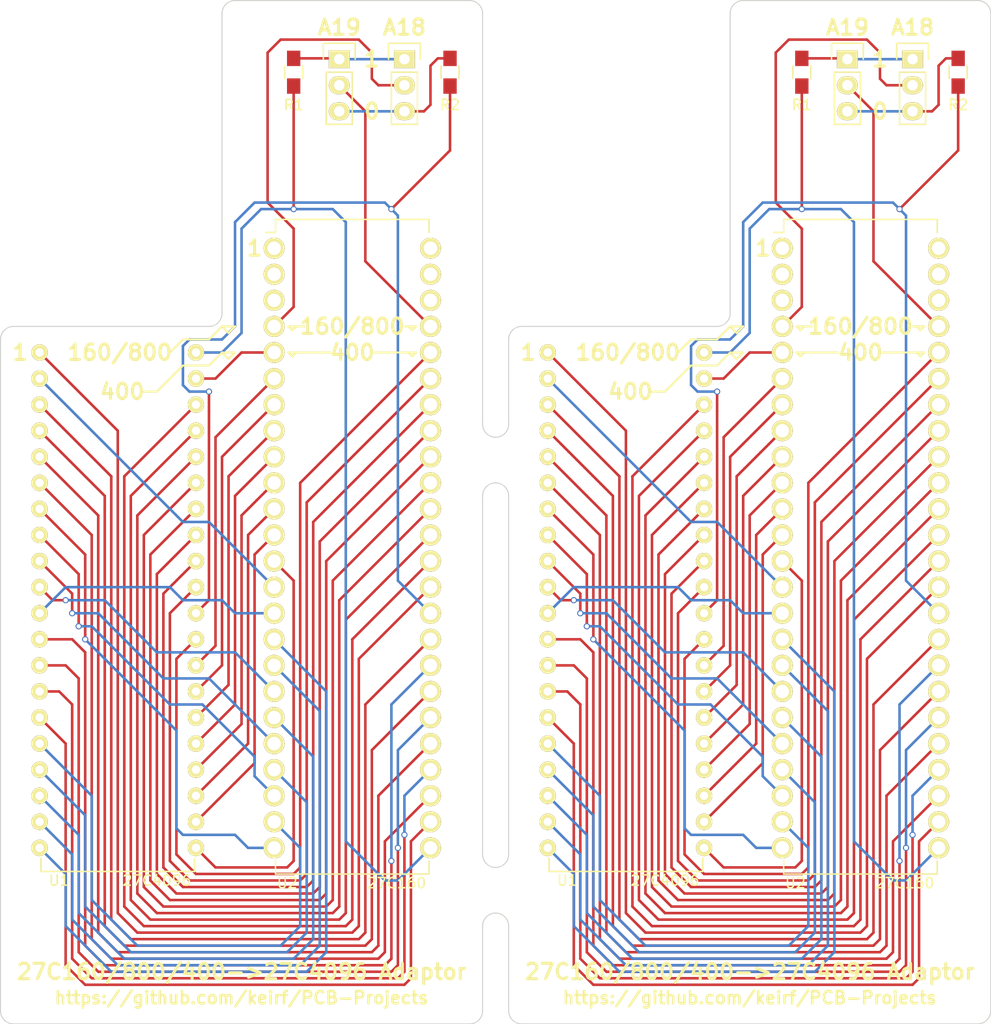
<source format=kicad_pcb>
(kicad_pcb (version 4) (host pcbnew "(after 2015-may-25 BZR unknown)-product")

  (general
    (links 0)
    (no_connects 50)
    (area 114.249999 29.335 161.340001 129.590001)
    (thickness 1.6)
    (drawings 108)
    (tracks 594)
    (zones 0)
    (modules 14)
    (nets 51)
  )

  (page A4)
  (layers
    (0 F.Cu signal)
    (31 B.Cu signal)
    (32 B.Adhes user)
    (33 F.Adhes user)
    (34 B.Paste user)
    (35 F.Paste user)
    (36 B.SilkS user)
    (37 F.SilkS user)
    (38 B.Mask user)
    (39 F.Mask user)
    (40 Dwgs.User user)
    (41 Cmts.User user)
    (42 Eco1.User user)
    (43 Eco2.User user)
    (44 Edge.Cuts user)
    (45 Margin user)
    (46 B.CrtYd user)
    (47 F.CrtYd user)
    (48 B.Fab user)
    (49 F.Fab user)
  )

  (setup
    (last_trace_width 0.25)
    (trace_clearance 0.2)
    (zone_clearance 0.508)
    (zone_45_only no)
    (trace_min 0.2)
    (segment_width 0.2)
    (edge_width 0.1)
    (via_size 0.6)
    (via_drill 0.4)
    (via_min_size 0.4)
    (via_min_drill 0.3)
    (uvia_size 0.3)
    (uvia_drill 0.1)
    (uvias_allowed no)
    (uvia_min_size 0.2)
    (uvia_min_drill 0.1)
    (pcb_text_width 0.3)
    (pcb_text_size 1.5 1.5)
    (mod_edge_width 0.15)
    (mod_text_size 1 1)
    (mod_text_width 0.15)
    (pad_size 2.05 2.05)
    (pad_drill 1.3)
    (pad_to_mask_clearance 0)
    (aux_axis_origin 0 0)
    (visible_elements FFFFF77F)
    (pcbplotparams
      (layerselection 0x010e0_80000001)
      (usegerberextensions true)
      (excludeedgelayer true)
      (linewidth 0.100000)
      (plotframeref false)
      (viasonmask false)
      (mode 1)
      (useauxorigin false)
      (hpglpennumber 1)
      (hpglpenspeed 20)
      (hpglpendiameter 15)
      (hpglpenoverlay 2)
      (psnegative false)
      (psa4output false)
      (plotreference true)
      (plotvalue true)
      (plotinvisibletext false)
      (padsonsilk false)
      (subtractmaskfromsilk false)
      (outputformat 1)
      (mirror false)
      (drillshape 0)
      (scaleselection 1)
      (outputdirectory gerber/))
  )

  (net 0 "")
  (net 1 /P1)
  (net 2 /P2)
  (net 3 /P3)
  (net 4 /P4)
  (net 5 /P5)
  (net 6 /P6)
  (net 7 /P7)
  (net 8 /P8)
  (net 9 /P9)
  (net 10 /P10)
  (net 11 /P11)
  (net 12 /P12)
  (net 13 /P13)
  (net 14 /P14)
  (net 15 /P15)
  (net 16 /P16)
  (net 17 /P17)
  (net 18 /P18)
  (net 19 /P19)
  (net 20 /P20)
  (net 21 /P21)
  (net 22 /P22)
  (net 23 /P23)
  (net 24 /P24)
  (net 25 /P25)
  (net 26 /P26)
  (net 27 /P27)
  (net 28 /P28)
  (net 29 /P29)
  (net 30 /P31)
  (net 31 /P32)
  (net 32 /P33)
  (net 33 /P34)
  (net 34 /P35)
  (net 35 /P36)
  (net 36 /P37)
  (net 37 /P38)
  (net 38 /P39)
  (net 39 "Net-(P1-Pad1)")
  (net 40 /A19)
  (net 41 "Net-(P1-Pad3)")
  (net 42 /A18)
  (net 43 /VCC)
  (net 44 /VSS)
  (net 45 "Net-(U2-Pad1)")
  (net 46 "Net-(U2-Pad2)")
  (net 47 "Net-(U2-Pad3)")
  (net 48 "Net-(U2-Pad48)")
  (net 49 "Net-(U2-Pad47)")
  (net 50 "Net-(U2-Pad46)")

  (net_class Default "This is the default net class."
    (clearance 0.2)
    (trace_width 0.25)
    (via_dia 0.6)
    (via_drill 0.4)
    (uvia_dia 0.3)
    (uvia_drill 0.1)
    (add_net /A18)
    (add_net /A19)
    (add_net /P1)
    (add_net /P10)
    (add_net /P11)
    (add_net /P12)
    (add_net /P13)
    (add_net /P14)
    (add_net /P15)
    (add_net /P16)
    (add_net /P17)
    (add_net /P18)
    (add_net /P19)
    (add_net /P2)
    (add_net /P20)
    (add_net /P21)
    (add_net /P22)
    (add_net /P23)
    (add_net /P24)
    (add_net /P25)
    (add_net /P26)
    (add_net /P27)
    (add_net /P28)
    (add_net /P29)
    (add_net /P3)
    (add_net /P31)
    (add_net /P32)
    (add_net /P33)
    (add_net /P34)
    (add_net /P35)
    (add_net /P36)
    (add_net /P37)
    (add_net /P38)
    (add_net /P39)
    (add_net /P4)
    (add_net /P5)
    (add_net /P6)
    (add_net /P7)
    (add_net /P8)
    (add_net /P9)
    (add_net /VCC)
    (add_net /VSS)
    (add_net "Net-(P1-Pad1)")
    (add_net "Net-(P1-Pad3)")
    (add_net "Net-(U2-Pad1)")
    (add_net "Net-(U2-Pad2)")
    (add_net "Net-(U2-Pad3)")
    (add_net "Net-(U2-Pad46)")
    (add_net "Net-(U2-Pad47)")
    (add_net "Net-(U2-Pad48)")
  )

  (module Pin_Headers:Pin_Header_Straight_1x03 (layer F.Cu) (tedit 55F95F88) (tstamp 55F95CE7)
    (at 147.32 35.56)
    (descr "Through hole pin header")
    (tags "pin header")
    (path /55F953E8)
    (fp_text reference P1 (at 0 -5.1) (layer F.SilkS) hide
      (effects (font (size 1 1) (thickness 0.15)))
    )
    (fp_text value A19 (at 0 -3.1) (layer F.SilkS)
      (effects (font (size 1.5 1.5) (thickness 0.3)))
    )
    (fp_line (start -1.75 -1.75) (end -1.75 6.85) (layer F.CrtYd) (width 0.05))
    (fp_line (start 1.75 -1.75) (end 1.75 6.85) (layer F.CrtYd) (width 0.05))
    (fp_line (start -1.75 -1.75) (end 1.75 -1.75) (layer F.CrtYd) (width 0.05))
    (fp_line (start -1.75 6.85) (end 1.75 6.85) (layer F.CrtYd) (width 0.05))
    (fp_line (start -1.27 1.27) (end -1.27 6.35) (layer F.SilkS) (width 0.15))
    (fp_line (start -1.27 6.35) (end 1.27 6.35) (layer F.SilkS) (width 0.15))
    (fp_line (start 1.27 6.35) (end 1.27 1.27) (layer F.SilkS) (width 0.15))
    (fp_line (start 1.55 -1.55) (end 1.55 0) (layer F.SilkS) (width 0.15))
    (fp_line (start 1.27 1.27) (end -1.27 1.27) (layer F.SilkS) (width 0.15))
    (fp_line (start -1.55 0) (end -1.55 -1.55) (layer F.SilkS) (width 0.15))
    (fp_line (start -1.55 -1.55) (end 1.55 -1.55) (layer F.SilkS) (width 0.15))
    (pad 1 thru_hole rect (at 0 0) (size 2.032 1.7272) (drill 1.016) (layers *.Cu *.Mask F.SilkS)
      (net 39 "Net-(P1-Pad1)"))
    (pad 2 thru_hole oval (at 0 2.54) (size 2.032 1.7272) (drill 1.016) (layers *.Cu *.Mask F.SilkS)
      (net 40 /A19))
    (pad 3 thru_hole oval (at 0 5.08) (size 2.032 1.7272) (drill 1.016) (layers *.Cu *.Mask F.SilkS)
      (net 41 "Net-(P1-Pad3)"))
    (model Pin_Headers.3dshapes/Pin_Header_Straight_1x03.wrl
      (at (xyz 0 -0.1 0))
      (scale (xyz 1 1 1))
      (rotate (xyz 0 0 90))
    )
  )

  (module Pin_Headers:Pin_Header_Straight_1x03 (layer F.Cu) (tedit 55F95F8D) (tstamp 55F95CEE)
    (at 153.67 35.56)
    (descr "Through hole pin header")
    (tags "pin header")
    (path /55F952CF)
    (fp_text reference P2 (at 0 -5.1) (layer F.SilkS) hide
      (effects (font (size 1 1) (thickness 0.15)))
    )
    (fp_text value A18 (at 0 -3.1) (layer F.SilkS)
      (effects (font (size 1.5 1.5) (thickness 0.3)))
    )
    (fp_line (start -1.75 -1.75) (end -1.75 6.85) (layer F.CrtYd) (width 0.05))
    (fp_line (start 1.75 -1.75) (end 1.75 6.85) (layer F.CrtYd) (width 0.05))
    (fp_line (start -1.75 -1.75) (end 1.75 -1.75) (layer F.CrtYd) (width 0.05))
    (fp_line (start -1.75 6.85) (end 1.75 6.85) (layer F.CrtYd) (width 0.05))
    (fp_line (start -1.27 1.27) (end -1.27 6.35) (layer F.SilkS) (width 0.15))
    (fp_line (start -1.27 6.35) (end 1.27 6.35) (layer F.SilkS) (width 0.15))
    (fp_line (start 1.27 6.35) (end 1.27 1.27) (layer F.SilkS) (width 0.15))
    (fp_line (start 1.55 -1.55) (end 1.55 0) (layer F.SilkS) (width 0.15))
    (fp_line (start 1.27 1.27) (end -1.27 1.27) (layer F.SilkS) (width 0.15))
    (fp_line (start -1.55 0) (end -1.55 -1.55) (layer F.SilkS) (width 0.15))
    (fp_line (start -1.55 -1.55) (end 1.55 -1.55) (layer F.SilkS) (width 0.15))
    (pad 1 thru_hole rect (at 0 0) (size 2.032 1.7272) (drill 1.016) (layers *.Cu *.Mask F.SilkS)
      (net 39 "Net-(P1-Pad1)"))
    (pad 2 thru_hole oval (at 0 2.54) (size 2.032 1.7272) (drill 1.016) (layers *.Cu *.Mask F.SilkS)
      (net 42 /A18))
    (pad 3 thru_hole oval (at 0 5.08) (size 2.032 1.7272) (drill 1.016) (layers *.Cu *.Mask F.SilkS)
      (net 41 "Net-(P1-Pad3)"))
    (model Pin_Headers.3dshapes/Pin_Header_Straight_1x03.wrl
      (at (xyz 0 -0.1 0))
      (scale (xyz 1 1 1))
      (rotate (xyz 0 0 90))
    )
  )

  (module Resistors_SMD:R_0805_HandSoldering (layer F.Cu) (tedit 55F9597C) (tstamp 55F95CF4)
    (at 142.875 36.83 270)
    (descr "Resistor SMD 0805, hand soldering")
    (tags "resistor 0805")
    (path /55F954FE)
    (attr smd)
    (fp_text reference R1 (at 3.175 0 360) (layer F.SilkS)
      (effects (font (size 1 1) (thickness 0.15)))
    )
    (fp_text value 1K (at 0 2.1 270) (layer F.Fab)
      (effects (font (size 1 1) (thickness 0.15)))
    )
    (fp_line (start -2.4 -1) (end 2.4 -1) (layer F.CrtYd) (width 0.05))
    (fp_line (start -2.4 1) (end 2.4 1) (layer F.CrtYd) (width 0.05))
    (fp_line (start -2.4 -1) (end -2.4 1) (layer F.CrtYd) (width 0.05))
    (fp_line (start 2.4 -1) (end 2.4 1) (layer F.CrtYd) (width 0.05))
    (fp_line (start 0.6 0.875) (end -0.6 0.875) (layer F.SilkS) (width 0.15))
    (fp_line (start -0.6 -0.875) (end 0.6 -0.875) (layer F.SilkS) (width 0.15))
    (pad 1 smd rect (at -1.35 0 270) (size 1.5 1.3) (layers F.Cu F.Paste F.Mask)
      (net 39 "Net-(P1-Pad1)"))
    (pad 2 smd rect (at 1.35 0 270) (size 1.5 1.3) (layers F.Cu F.Paste F.Mask)
      (net 43 /VCC))
    (model Resistors_SMD.3dshapes/R_0805_HandSoldering.wrl
      (at (xyz 0 0 0))
      (scale (xyz 1 1 1))
      (rotate (xyz 0 0 0))
    )
  )

  (module Resistors_SMD:R_0805_HandSoldering (layer F.Cu) (tedit 55F95980) (tstamp 55F95CFA)
    (at 158.115 36.83 270)
    (descr "Resistor SMD 0805, hand soldering")
    (tags "resistor 0805")
    (path /55F954A1)
    (attr smd)
    (fp_text reference R2 (at 3.175 0 360) (layer F.SilkS)
      (effects (font (size 1 1) (thickness 0.15)))
    )
    (fp_text value 1K (at 0 2.1 270) (layer F.Fab)
      (effects (font (size 1 1) (thickness 0.15)))
    )
    (fp_line (start -2.4 -1) (end 2.4 -1) (layer F.CrtYd) (width 0.05))
    (fp_line (start -2.4 1) (end 2.4 1) (layer F.CrtYd) (width 0.05))
    (fp_line (start -2.4 -1) (end -2.4 1) (layer F.CrtYd) (width 0.05))
    (fp_line (start 2.4 -1) (end 2.4 1) (layer F.CrtYd) (width 0.05))
    (fp_line (start 0.6 0.875) (end -0.6 0.875) (layer F.SilkS) (width 0.15))
    (fp_line (start -0.6 -0.875) (end 0.6 -0.875) (layer F.SilkS) (width 0.15))
    (pad 1 smd rect (at -1.35 0 270) (size 1.5 1.3) (layers F.Cu F.Paste F.Mask)
      (net 41 "Net-(P1-Pad3)"))
    (pad 2 smd rect (at 1.35 0 270) (size 1.5 1.3) (layers F.Cu F.Paste F.Mask)
      (net 44 /VSS))
    (model Resistors_SMD.3dshapes/R_0805_HandSoldering.wrl
      (at (xyz 0 0 0))
      (scale (xyz 1 1 1))
      (rotate (xyz 0 0 0))
    )
  )

  (module FF:27C160 (layer F.Cu) (tedit 55F95798) (tstamp 55F95D39)
    (at 140.97 53.975)
    (descr "40-lead dip package, row spacing 15.24 mm (600 mils)")
    (tags "dil dip 2.54 600")
    (path /55AF4F2A)
    (fp_text reference U2 (at 1.27 61.849) (layer F.SilkS)
      (effects (font (size 1 1) (thickness 0.15)))
    )
    (fp_text value 27C160 (at 11.938 61.849) (layer F.SilkS)
      (effects (font (size 1 1) (thickness 0.15)))
    )
    (fp_line (start -4.064 -10.16) (end -4.064 65.532) (layer F.CrtYd) (width 0.05))
    (fp_line (start -4.064 65.532) (end 19.304 65.532) (layer F.CrtYd) (width 0.05))
    (fp_line (start 19.304 65.532) (end 19.304 -10.16) (layer F.CrtYd) (width 0.05))
    (fp_line (start 19.304 -10.16) (end -4.064 -10.16) (layer F.CrtYd) (width 0.05))
    (fp_line (start 0.135 -2.803) (end 0.135 -1.533) (layer F.SilkS) (width 0.15))
    (fp_line (start 15.105 -2.803) (end 15.105 -1.533) (layer F.SilkS) (width 0.15))
    (fp_line (start 15.105 60.969) (end 15.105 59.699) (layer F.SilkS) (width 0.15))
    (fp_line (start 0.135 60.969) (end 0.135 59.699) (layer F.SilkS) (width 0.15))
    (fp_line (start 0.135 -2.803) (end 15.105 -2.803) (layer F.SilkS) (width 0.15))
    (fp_line (start 0.135 60.969) (end 15.105 60.969) (layer F.SilkS) (width 0.15))
    (fp_line (start 0.135 -1.533) (end -0.8 -1.533) (layer F.SilkS) (width 0.15))
    (pad 48 thru_hole oval (at 15.24 0) (size 2.05 2.05) (drill 1.3) (layers *.Cu *.Mask F.SilkS)
      (net 48 "Net-(U2-Pad48)"))
    (pad 47 thru_hole oval (at 15.24 2.54) (size 2.05 2.05) (drill 1.3) (layers *.Cu *.Mask F.SilkS)
      (net 49 "Net-(U2-Pad47)"))
    (pad 46 thru_hole oval (at 15.24 5.08) (size 2.05 2.05) (drill 1.3) (layers *.Cu *.Mask F.SilkS)
      (net 50 "Net-(U2-Pad46)"))
    (pad 45 thru_hole oval (at 15.24 7.62) (size 2.05 2.05) (drill 1.3) (layers *.Cu *.Mask F.SilkS)
      (net 40 /A19))
    (pad 44 thru_hole oval (at 15.24 10.16) (size 2.05 2.05) (drill 1.3) (layers *.Cu *.Mask F.SilkS)
      (net 29 /P29))
    (pad 43 thru_hole oval (at 15.24 12.7) (size 2.05 2.05) (drill 1.3) (layers *.Cu *.Mask F.SilkS)
      (net 30 /P31))
    (pad 42 thru_hole oval (at 15.24 15.24) (size 2.05 2.05) (drill 1.3) (layers *.Cu *.Mask F.SilkS)
      (net 31 /P32))
    (pad 41 thru_hole oval (at 15.24 17.78) (size 2.05 2.05) (drill 1.3) (layers *.Cu *.Mask F.SilkS)
      (net 32 /P33))
    (pad 1 thru_hole oval (at 0 0) (size 2.05 2.05) (drill 1.3) (layers *.Cu *.Mask F.SilkS)
      (net 45 "Net-(U2-Pad1)"))
    (pad 2 thru_hole oval (at 0 2.54) (size 2.05 2.05) (drill 1.3) (layers *.Cu *.Mask F.SilkS)
      (net 46 "Net-(U2-Pad2)"))
    (pad 3 thru_hole oval (at 0 5.08) (size 2.05 2.05) (drill 1.3) (layers *.Cu *.Mask F.SilkS)
      (net 47 "Net-(U2-Pad3)"))
    (pad 4 thru_hole oval (at 0 7.62) (size 2.05 2.05) (drill 1.3) (layers *.Cu *.Mask F.SilkS)
      (net 42 /A18))
    (pad 5 thru_hole oval (at 0 10.16) (size 2.05 2.05) (drill 1.3) (layers *.Cu *.Mask F.SilkS)
      (net 38 /P39))
    (pad 6 thru_hole oval (at 0 12.7) (size 2.05 2.05) (drill 1.3) (layers *.Cu *.Mask F.SilkS)
      (net 28 /P28))
    (pad 7 thru_hole oval (at 0 15.24) (size 2.05 2.05) (drill 1.3) (layers *.Cu *.Mask F.SilkS)
      (net 27 /P27))
    (pad 8 thru_hole oval (at 0 17.78) (size 2.05 2.05) (drill 1.3) (layers *.Cu *.Mask F.SilkS)
      (net 26 /P26))
    (pad 9 thru_hole oval (at 0 20.32) (size 2.05 2.05) (drill 1.3) (layers *.Cu *.Mask F.SilkS)
      (net 25 /P25))
    (pad 10 thru_hole oval (at 0 22.86) (size 2.05 2.05) (drill 1.3) (layers *.Cu *.Mask F.SilkS)
      (net 24 /P24))
    (pad 11 thru_hole oval (at 0 25.4) (size 2.05 2.05) (drill 1.3) (layers *.Cu *.Mask F.SilkS)
      (net 23 /P23))
    (pad 12 thru_hole oval (at 0 27.94) (size 2.05 2.05) (drill 1.3) (layers *.Cu *.Mask F.SilkS)
      (net 22 /P22))
    (pad 13 thru_hole oval (at 0 30.48) (size 2.05 2.05) (drill 1.3) (layers *.Cu *.Mask F.SilkS)
      (net 21 /P21))
    (pad 14 thru_hole oval (at 0 33.02) (size 2.05 2.05) (drill 1.3) (layers *.Cu *.Mask F.SilkS)
      (net 2 /P2))
    (pad 15 thru_hole oval (at 0 35.56) (size 2.05 2.05) (drill 1.3) (layers *.Cu *.Mask F.SilkS)
      (net 11 /P11))
    (pad 16 thru_hole oval (at 0 38.1) (size 2.05 2.05) (drill 1.3) (layers *.Cu *.Mask F.SilkS)
      (net 20 /P20))
    (pad 17 thru_hole oval (at 0 40.64) (size 2.05 2.05) (drill 1.3) (layers *.Cu *.Mask F.SilkS)
      (net 19 /P19))
    (pad 18 thru_hole oval (at 0 43.18) (size 2.05 2.05) (drill 1.3) (layers *.Cu *.Mask F.SilkS)
      (net 10 /P10))
    (pad 19 thru_hole oval (at 0 45.72) (size 2.05 2.05) (drill 1.3) (layers *.Cu *.Mask F.SilkS)
      (net 18 /P18))
    (pad 20 thru_hole oval (at 0 48.26) (size 2.05 2.05) (drill 1.3) (layers *.Cu *.Mask F.SilkS)
      (net 9 /P9))
    (pad 21 thru_hole oval (at 0 50.8) (size 2.05 2.05) (drill 1.3) (layers *.Cu *.Mask F.SilkS)
      (net 17 /P17))
    (pad 22 thru_hole oval (at 0 53.34) (size 2.05 2.05) (drill 1.3) (layers *.Cu *.Mask F.SilkS)
      (net 8 /P8))
    (pad 23 thru_hole oval (at 0 55.88) (size 2.05 2.05) (drill 1.3) (layers *.Cu *.Mask F.SilkS)
      (net 16 /P16))
    (pad 24 thru_hole oval (at 0 58.42) (size 2.05 2.05) (drill 1.3) (layers *.Cu *.Mask F.SilkS)
      (net 7 /P7))
    (pad 25 thru_hole oval (at 15.24 58.42) (size 2.05 2.05) (drill 1.3) (layers *.Cu *.Mask F.SilkS)
      (net 43 /VCC))
    (pad 26 thru_hole oval (at 15.24 55.88) (size 2.05 2.05) (drill 1.3) (layers *.Cu *.Mask F.SilkS)
      (net 15 /P15))
    (pad 27 thru_hole oval (at 15.24 53.34) (size 2.05 2.05) (drill 1.3) (layers *.Cu *.Mask F.SilkS)
      (net 6 /P6))
    (pad 28 thru_hole oval (at 15.24 50.8) (size 2.05 2.05) (drill 1.3) (layers *.Cu *.Mask F.SilkS)
      (net 14 /P14))
    (pad 29 thru_hole oval (at 15.24 48.26) (size 2.05 2.05) (drill 1.3) (layers *.Cu *.Mask F.SilkS)
      (net 5 /P5))
    (pad 30 thru_hole oval (at 15.24 45.72) (size 2.05 2.05) (drill 1.3) (layers *.Cu *.Mask F.SilkS)
      (net 13 /P13))
    (pad 31 thru_hole oval (at 15.24 43.18) (size 2.05 2.05) (drill 1.3) (layers *.Cu *.Mask F.SilkS)
      (net 4 /P4))
    (pad 32 thru_hole oval (at 15.24 40.64) (size 2.05 2.05) (drill 1.3) (layers *.Cu *.Mask F.SilkS)
      (net 12 /P12))
    (pad 33 thru_hole oval (at 15.24 38.1) (size 2.05 2.05) (drill 1.3) (layers *.Cu *.Mask F.SilkS)
      (net 3 /P3))
    (pad 34 thru_hole oval (at 15.24 35.56) (size 2.05 2.05) (drill 1.3) (layers *.Cu *.Mask F.SilkS)
      (net 44 /VSS))
    (pad 35 thru_hole oval (at 15.24 33.02) (size 2.05 2.05) (drill 1.3) (layers *.Cu *.Mask F.SilkS)
      (net 1 /P1))
    (pad 36 thru_hole oval (at 15.24 30.48) (size 2.05 2.05) (drill 1.3) (layers *.Cu *.Mask F.SilkS)
      (net 37 /P38))
    (pad 37 thru_hole oval (at 15.24 27.94) (size 2.05 2.05) (drill 1.3) (layers *.Cu *.Mask F.SilkS)
      (net 36 /P37))
    (pad 38 thru_hole oval (at 15.24 25.4) (size 2.05 2.05) (drill 1.3) (layers *.Cu *.Mask F.SilkS)
      (net 35 /P36))
    (pad 39 thru_hole oval (at 15.24 22.86) (size 2.05 2.05) (drill 1.3) (layers *.Cu *.Mask F.SilkS)
      (net 34 /P35))
    (pad 40 thru_hole oval (at 15.24 20.32) (size 2.05 2.05) (drill 1.3) (layers *.Cu *.Mask F.SilkS)
      (net 33 /P34))
    (model Housings_DIP.3dshapes/DIP-40_W15.24mm.wrl
      (at (xyz 0 0 0))
      (scale (xyz 1 1 1))
      (rotate (xyz 0 0 0))
    )
  )

  (module FF:27C4096 (layer F.Cu) (tedit 55F97EEB) (tstamp 55AF5648)
    (at 118.11 64.135)
    (descr "40-lead dip package, row spacing 15.24 mm (600 mils)")
    (tags "dil dip 2.54 600")
    (path /55AF4EC7)
    (fp_text reference U1 (at 1.905 51.435) (layer F.SilkS)
      (effects (font (size 1 1) (thickness 0.15)))
    )
    (fp_text value 27C4096 (at 11.43 51.435) (layer F.SilkS)
      (effects (font (size 1 1) (thickness 0.15)))
    )
    (fp_line (start -1.05 -2.45) (end -1.05 50.75) (layer F.CrtYd) (width 0.05))
    (fp_line (start 16.3 -2.45) (end 16.3 50.75) (layer F.CrtYd) (width 0.05))
    (fp_line (start -1.05 -2.45) (end 16.3 -2.45) (layer F.CrtYd) (width 0.05))
    (fp_line (start -1.05 50.75) (end 16.3 50.75) (layer F.CrtYd) (width 0.05))
    (fp_line (start 15.105 50.555) (end 15.105 49.285) (layer F.SilkS) (width 0.15))
    (fp_line (start 0.135 50.555) (end 0.135 49.285) (layer F.SilkS) (width 0.15))
    (fp_line (start 0.135 50.555) (end 15.105 50.555) (layer F.SilkS) (width 0.15))
    (pad 1 thru_hole oval (at 0 0) (size 1.6 1.6) (drill 0.8) (layers *.Cu *.Mask F.SilkS)
      (net 1 /P1))
    (pad 2 thru_hole oval (at 0 2.54) (size 1.6 1.6) (drill 0.8) (layers *.Cu *.Mask F.SilkS)
      (net 2 /P2))
    (pad 3 thru_hole oval (at 0 5.08) (size 1.6 1.6) (drill 0.8) (layers *.Cu *.Mask F.SilkS)
      (net 3 /P3))
    (pad 4 thru_hole oval (at 0 7.62) (size 1.6 1.6) (drill 0.8) (layers *.Cu *.Mask F.SilkS)
      (net 4 /P4))
    (pad 5 thru_hole oval (at 0 10.16) (size 1.6 1.6) (drill 0.8) (layers *.Cu *.Mask F.SilkS)
      (net 5 /P5))
    (pad 6 thru_hole oval (at 0 12.7) (size 1.6 1.6) (drill 0.8) (layers *.Cu *.Mask F.SilkS)
      (net 6 /P6))
    (pad 7 thru_hole oval (at 0 15.24) (size 1.6 1.6) (drill 0.8) (layers *.Cu *.Mask F.SilkS)
      (net 7 /P7))
    (pad 8 thru_hole oval (at 0 17.78) (size 1.6 1.6) (drill 0.8) (layers *.Cu *.Mask F.SilkS)
      (net 8 /P8))
    (pad 9 thru_hole oval (at 0 20.32) (size 1.6 1.6) (drill 0.8) (layers *.Cu *.Mask F.SilkS)
      (net 9 /P9))
    (pad 10 thru_hole oval (at 0 22.86) (size 1.6 1.6) (drill 0.8) (layers *.Cu *.Mask F.SilkS)
      (net 10 /P10))
    (pad 11 thru_hole oval (at 0 25.4) (size 1.6 1.6) (drill 0.8) (layers *.Cu *.Mask F.SilkS)
      (net 11 /P11))
    (pad 12 thru_hole oval (at 0 27.94) (size 1.6 1.6) (drill 0.8) (layers *.Cu *.Mask F.SilkS)
      (net 12 /P12))
    (pad 13 thru_hole oval (at 0 30.48) (size 1.6 1.6) (drill 0.8) (layers *.Cu *.Mask F.SilkS)
      (net 13 /P13))
    (pad 14 thru_hole oval (at 0 33.02) (size 1.6 1.6) (drill 0.8) (layers *.Cu *.Mask F.SilkS)
      (net 14 /P14))
    (pad 15 thru_hole oval (at 0 35.56) (size 1.6 1.6) (drill 0.8) (layers *.Cu *.Mask F.SilkS)
      (net 15 /P15))
    (pad 16 thru_hole oval (at 0 38.1) (size 1.6 1.6) (drill 0.8) (layers *.Cu *.Mask F.SilkS)
      (net 16 /P16))
    (pad 17 thru_hole oval (at 0 40.64) (size 1.6 1.6) (drill 0.8) (layers *.Cu *.Mask F.SilkS)
      (net 17 /P17))
    (pad 18 thru_hole oval (at 0 43.18) (size 1.6 1.6) (drill 0.8) (layers *.Cu *.Mask F.SilkS)
      (net 18 /P18))
    (pad 19 thru_hole oval (at 0 45.72) (size 1.6 1.6) (drill 0.8) (layers *.Cu *.Mask F.SilkS)
      (net 19 /P19))
    (pad 20 thru_hole oval (at 0 48.26) (size 1.6 1.6) (drill 0.8) (layers *.Cu *.Mask F.SilkS)
      (net 20 /P20))
    (pad 21 thru_hole oval (at 15.24 48.26) (size 1.6 1.6) (drill 0.8) (layers *.Cu *.Mask F.SilkS)
      (net 21 /P21))
    (pad 22 thru_hole oval (at 15.24 45.72) (size 1.6 1.6) (drill 0.8) (layers *.Cu *.Mask F.SilkS)
      (net 22 /P22))
    (pad 23 thru_hole oval (at 15.24 43.18) (size 1.6 1.6) (drill 0.8) (layers *.Cu *.Mask F.SilkS)
      (net 23 /P23))
    (pad 24 thru_hole oval (at 15.24 40.64) (size 1.6 1.6) (drill 0.8) (layers *.Cu *.Mask F.SilkS)
      (net 24 /P24))
    (pad 25 thru_hole oval (at 15.24 38.1) (size 1.6 1.6) (drill 0.8) (layers *.Cu *.Mask F.SilkS)
      (net 25 /P25))
    (pad 26 thru_hole oval (at 15.24 35.56) (size 1.6 1.6) (drill 0.8) (layers *.Cu *.Mask F.SilkS)
      (net 26 /P26))
    (pad 27 thru_hole oval (at 15.24 33.02) (size 1.6 1.6) (drill 0.8) (layers *.Cu *.Mask F.SilkS)
      (net 27 /P27))
    (pad 28 thru_hole oval (at 15.24 30.48) (size 1.6 1.6) (drill 0.8) (layers *.Cu *.Mask F.SilkS)
      (net 28 /P28))
    (pad 29 thru_hole oval (at 15.24 27.94) (size 1.6 1.6) (drill 0.8) (layers *.Cu *.Mask F.SilkS)
      (net 29 /P29))
    (pad 30 thru_hole oval (at 15.24 25.4) (size 1.6 1.6) (drill 0.8) (layers *.Cu *.Mask F.SilkS)
      (net 44 /VSS))
    (pad 31 thru_hole oval (at 15.24 22.86) (size 1.6 1.6) (drill 0.8) (layers *.Cu *.Mask F.SilkS)
      (net 30 /P31))
    (pad 32 thru_hole oval (at 15.24 20.32) (size 1.6 1.6) (drill 0.8) (layers *.Cu *.Mask F.SilkS)
      (net 31 /P32))
    (pad 33 thru_hole oval (at 15.24 17.78) (size 1.6 1.6) (drill 0.8) (layers *.Cu *.Mask F.SilkS)
      (net 32 /P33))
    (pad 34 thru_hole oval (at 15.24 15.24) (size 1.6 1.6) (drill 0.8) (layers *.Cu *.Mask F.SilkS)
      (net 33 /P34))
    (pad 35 thru_hole oval (at 15.24 12.7) (size 1.6 1.6) (drill 0.8) (layers *.Cu *.Mask F.SilkS)
      (net 34 /P35))
    (pad 36 thru_hole oval (at 15.24 10.16) (size 1.6 1.6) (drill 0.8) (layers *.Cu *.Mask F.SilkS)
      (net 35 /P36))
    (pad 37 thru_hole oval (at 15.24 7.62) (size 1.6 1.6) (drill 0.8) (layers *.Cu *.Mask F.SilkS)
      (net 36 /P37))
    (pad 38 thru_hole oval (at 15.24 5.08) (size 1.6 1.6) (drill 0.8) (layers *.Cu *.Mask F.SilkS)
      (net 37 /P38))
    (pad 39 thru_hole oval (at 15.24 2.54) (size 1.6 1.6) (drill 0.8) (layers *.Cu *.Mask F.SilkS)
      (net 38 /P39))
    (pad 40 thru_hole oval (at 15.24 0) (size 1.6 1.6) (drill 0.8) (layers *.Cu *.Mask F.SilkS)
      (net 43 /VCC))
    (model Housings_DIP.3dshapes/DIP-40_W15.24mm.wrl
      (at (xyz 0 0 0))
      (scale (xyz 1 1 1))
      (rotate (xyz 0 0 0))
    )
  )

  (module Pin_Headers:Pin_Header_Straight_1x03 (layer F.Cu) (tedit 55F95F88) (tstamp 55F95CE7)
    (at 196.85 35.56)
    (descr "Through hole pin header")
    (tags "pin header")
    (path /55F953E8)
    (fp_text reference P1 (at 0 -5.1) (layer F.SilkS) hide
      (effects (font (size 1 1) (thickness 0.15)))
    )
    (fp_text value A19 (at 0 -3.1) (layer F.SilkS)
      (effects (font (size 1.5 1.5) (thickness 0.3)))
    )
    (fp_line (start -1.75 -1.75) (end -1.75 6.85) (layer F.CrtYd) (width 0.05))
    (fp_line (start 1.75 -1.75) (end 1.75 6.85) (layer F.CrtYd) (width 0.05))
    (fp_line (start -1.75 -1.75) (end 1.75 -1.75) (layer F.CrtYd) (width 0.05))
    (fp_line (start -1.75 6.85) (end 1.75 6.85) (layer F.CrtYd) (width 0.05))
    (fp_line (start -1.27 1.27) (end -1.27 6.35) (layer F.SilkS) (width 0.15))
    (fp_line (start -1.27 6.35) (end 1.27 6.35) (layer F.SilkS) (width 0.15))
    (fp_line (start 1.27 6.35) (end 1.27 1.27) (layer F.SilkS) (width 0.15))
    (fp_line (start 1.55 -1.55) (end 1.55 0) (layer F.SilkS) (width 0.15))
    (fp_line (start 1.27 1.27) (end -1.27 1.27) (layer F.SilkS) (width 0.15))
    (fp_line (start -1.55 0) (end -1.55 -1.55) (layer F.SilkS) (width 0.15))
    (fp_line (start -1.55 -1.55) (end 1.55 -1.55) (layer F.SilkS) (width 0.15))
    (pad 1 thru_hole rect (at 0 0) (size 2.032 1.7272) (drill 1.016) (layers *.Cu *.Mask F.SilkS)
      (net 39 "Net-(P1-Pad1)"))
    (pad 2 thru_hole oval (at 0 2.54) (size 2.032 1.7272) (drill 1.016) (layers *.Cu *.Mask F.SilkS)
      (net 40 /A19))
    (pad 3 thru_hole oval (at 0 5.08) (size 2.032 1.7272) (drill 1.016) (layers *.Cu *.Mask F.SilkS)
      (net 41 "Net-(P1-Pad3)"))
    (model Pin_Headers.3dshapes/Pin_Header_Straight_1x03.wrl
      (at (xyz 0 -0.1 0))
      (scale (xyz 1 1 1))
      (rotate (xyz 0 0 90))
    )
  )

  (module Pin_Headers:Pin_Header_Straight_1x03 (layer F.Cu) (tedit 55F95F8D) (tstamp 55F95CEE)
    (at 203.2 35.56)
    (descr "Through hole pin header")
    (tags "pin header")
    (path /55F952CF)
    (fp_text reference P2 (at 0 -5.1) (layer F.SilkS) hide
      (effects (font (size 1 1) (thickness 0.15)))
    )
    (fp_text value A18 (at 0 -3.1) (layer F.SilkS)
      (effects (font (size 1.5 1.5) (thickness 0.3)))
    )
    (fp_line (start -1.75 -1.75) (end -1.75 6.85) (layer F.CrtYd) (width 0.05))
    (fp_line (start 1.75 -1.75) (end 1.75 6.85) (layer F.CrtYd) (width 0.05))
    (fp_line (start -1.75 -1.75) (end 1.75 -1.75) (layer F.CrtYd) (width 0.05))
    (fp_line (start -1.75 6.85) (end 1.75 6.85) (layer F.CrtYd) (width 0.05))
    (fp_line (start -1.27 1.27) (end -1.27 6.35) (layer F.SilkS) (width 0.15))
    (fp_line (start -1.27 6.35) (end 1.27 6.35) (layer F.SilkS) (width 0.15))
    (fp_line (start 1.27 6.35) (end 1.27 1.27) (layer F.SilkS) (width 0.15))
    (fp_line (start 1.55 -1.55) (end 1.55 0) (layer F.SilkS) (width 0.15))
    (fp_line (start 1.27 1.27) (end -1.27 1.27) (layer F.SilkS) (width 0.15))
    (fp_line (start -1.55 0) (end -1.55 -1.55) (layer F.SilkS) (width 0.15))
    (fp_line (start -1.55 -1.55) (end 1.55 -1.55) (layer F.SilkS) (width 0.15))
    (pad 1 thru_hole rect (at 0 0) (size 2.032 1.7272) (drill 1.016) (layers *.Cu *.Mask F.SilkS)
      (net 39 "Net-(P1-Pad1)"))
    (pad 2 thru_hole oval (at 0 2.54) (size 2.032 1.7272) (drill 1.016) (layers *.Cu *.Mask F.SilkS)
      (net 42 /A18))
    (pad 3 thru_hole oval (at 0 5.08) (size 2.032 1.7272) (drill 1.016) (layers *.Cu *.Mask F.SilkS)
      (net 41 "Net-(P1-Pad3)"))
    (model Pin_Headers.3dshapes/Pin_Header_Straight_1x03.wrl
      (at (xyz 0 -0.1 0))
      (scale (xyz 1 1 1))
      (rotate (xyz 0 0 90))
    )
  )

  (module Resistors_SMD:R_0805_HandSoldering (layer F.Cu) (tedit 55F9597C) (tstamp 55F95CF4)
    (at 192.405 36.83 270)
    (descr "Resistor SMD 0805, hand soldering")
    (tags "resistor 0805")
    (path /55F954FE)
    (attr smd)
    (fp_text reference R1 (at 3.175 0 360) (layer F.SilkS)
      (effects (font (size 1 1) (thickness 0.15)))
    )
    (fp_text value 1K (at 0 2.1 270) (layer F.Fab)
      (effects (font (size 1 1) (thickness 0.15)))
    )
    (fp_line (start -2.4 -1) (end 2.4 -1) (layer F.CrtYd) (width 0.05))
    (fp_line (start -2.4 1) (end 2.4 1) (layer F.CrtYd) (width 0.05))
    (fp_line (start -2.4 -1) (end -2.4 1) (layer F.CrtYd) (width 0.05))
    (fp_line (start 2.4 -1) (end 2.4 1) (layer F.CrtYd) (width 0.05))
    (fp_line (start 0.6 0.875) (end -0.6 0.875) (layer F.SilkS) (width 0.15))
    (fp_line (start -0.6 -0.875) (end 0.6 -0.875) (layer F.SilkS) (width 0.15))
    (pad 1 smd rect (at -1.35 0 270) (size 1.5 1.3) (layers F.Cu F.Paste F.Mask)
      (net 39 "Net-(P1-Pad1)"))
    (pad 2 smd rect (at 1.35 0 270) (size 1.5 1.3) (layers F.Cu F.Paste F.Mask)
      (net 43 /VCC))
    (model Resistors_SMD.3dshapes/R_0805_HandSoldering.wrl
      (at (xyz 0 0 0))
      (scale (xyz 1 1 1))
      (rotate (xyz 0 0 0))
    )
  )

  (module Resistors_SMD:R_0805_HandSoldering (layer F.Cu) (tedit 55F95980) (tstamp 55F95CFA)
    (at 207.645 36.83 270)
    (descr "Resistor SMD 0805, hand soldering")
    (tags "resistor 0805")
    (path /55F954A1)
    (attr smd)
    (fp_text reference R2 (at 3.175 0 360) (layer F.SilkS)
      (effects (font (size 1 1) (thickness 0.15)))
    )
    (fp_text value 1K (at 0 2.1 270) (layer F.Fab)
      (effects (font (size 1 1) (thickness 0.15)))
    )
    (fp_line (start -2.4 -1) (end 2.4 -1) (layer F.CrtYd) (width 0.05))
    (fp_line (start -2.4 1) (end 2.4 1) (layer F.CrtYd) (width 0.05))
    (fp_line (start -2.4 -1) (end -2.4 1) (layer F.CrtYd) (width 0.05))
    (fp_line (start 2.4 -1) (end 2.4 1) (layer F.CrtYd) (width 0.05))
    (fp_line (start 0.6 0.875) (end -0.6 0.875) (layer F.SilkS) (width 0.15))
    (fp_line (start -0.6 -0.875) (end 0.6 -0.875) (layer F.SilkS) (width 0.15))
    (pad 1 smd rect (at -1.35 0 270) (size 1.5 1.3) (layers F.Cu F.Paste F.Mask)
      (net 41 "Net-(P1-Pad3)"))
    (pad 2 smd rect (at 1.35 0 270) (size 1.5 1.3) (layers F.Cu F.Paste F.Mask)
      (net 44 /VSS))
    (model Resistors_SMD.3dshapes/R_0805_HandSoldering.wrl
      (at (xyz 0 0 0))
      (scale (xyz 1 1 1))
      (rotate (xyz 0 0 0))
    )
  )

  (module FF:27C160 (layer F.Cu) (tedit 55F95798) (tstamp 55F95D39)
    (at 190.5 53.975)
    (descr "40-lead dip package, row spacing 15.24 mm (600 mils)")
    (tags "dil dip 2.54 600")
    (path /55AF4F2A)
    (fp_text reference U2 (at 1.27 61.849) (layer F.SilkS)
      (effects (font (size 1 1) (thickness 0.15)))
    )
    (fp_text value 27C160 (at 11.938 61.849) (layer F.SilkS)
      (effects (font (size 1 1) (thickness 0.15)))
    )
    (fp_line (start -4.064 -10.16) (end -4.064 65.532) (layer F.CrtYd) (width 0.05))
    (fp_line (start -4.064 65.532) (end 19.304 65.532) (layer F.CrtYd) (width 0.05))
    (fp_line (start 19.304 65.532) (end 19.304 -10.16) (layer F.CrtYd) (width 0.05))
    (fp_line (start 19.304 -10.16) (end -4.064 -10.16) (layer F.CrtYd) (width 0.05))
    (fp_line (start 0.135 -2.803) (end 0.135 -1.533) (layer F.SilkS) (width 0.15))
    (fp_line (start 15.105 -2.803) (end 15.105 -1.533) (layer F.SilkS) (width 0.15))
    (fp_line (start 15.105 60.969) (end 15.105 59.699) (layer F.SilkS) (width 0.15))
    (fp_line (start 0.135 60.969) (end 0.135 59.699) (layer F.SilkS) (width 0.15))
    (fp_line (start 0.135 -2.803) (end 15.105 -2.803) (layer F.SilkS) (width 0.15))
    (fp_line (start 0.135 60.969) (end 15.105 60.969) (layer F.SilkS) (width 0.15))
    (fp_line (start 0.135 -1.533) (end -0.8 -1.533) (layer F.SilkS) (width 0.15))
    (pad 48 thru_hole oval (at 15.24 0) (size 2.05 2.05) (drill 1.3) (layers *.Cu *.Mask F.SilkS)
      (net 48 "Net-(U2-Pad48)"))
    (pad 47 thru_hole oval (at 15.24 2.54) (size 2.05 2.05) (drill 1.3) (layers *.Cu *.Mask F.SilkS)
      (net 49 "Net-(U2-Pad47)"))
    (pad 46 thru_hole oval (at 15.24 5.08) (size 2.05 2.05) (drill 1.3) (layers *.Cu *.Mask F.SilkS)
      (net 50 "Net-(U2-Pad46)"))
    (pad 45 thru_hole oval (at 15.24 7.62) (size 2.05 2.05) (drill 1.3) (layers *.Cu *.Mask F.SilkS)
      (net 40 /A19))
    (pad 44 thru_hole oval (at 15.24 10.16) (size 2.05 2.05) (drill 1.3) (layers *.Cu *.Mask F.SilkS)
      (net 29 /P29))
    (pad 43 thru_hole oval (at 15.24 12.7) (size 2.05 2.05) (drill 1.3) (layers *.Cu *.Mask F.SilkS)
      (net 30 /P31))
    (pad 42 thru_hole oval (at 15.24 15.24) (size 2.05 2.05) (drill 1.3) (layers *.Cu *.Mask F.SilkS)
      (net 31 /P32))
    (pad 41 thru_hole oval (at 15.24 17.78) (size 2.05 2.05) (drill 1.3) (layers *.Cu *.Mask F.SilkS)
      (net 32 /P33))
    (pad 1 thru_hole oval (at 0 0) (size 2.05 2.05) (drill 1.3) (layers *.Cu *.Mask F.SilkS)
      (net 45 "Net-(U2-Pad1)"))
    (pad 2 thru_hole oval (at 0 2.54) (size 2.05 2.05) (drill 1.3) (layers *.Cu *.Mask F.SilkS)
      (net 46 "Net-(U2-Pad2)"))
    (pad 3 thru_hole oval (at 0 5.08) (size 2.05 2.05) (drill 1.3) (layers *.Cu *.Mask F.SilkS)
      (net 47 "Net-(U2-Pad3)"))
    (pad 4 thru_hole oval (at 0 7.62) (size 2.05 2.05) (drill 1.3) (layers *.Cu *.Mask F.SilkS)
      (net 42 /A18))
    (pad 5 thru_hole oval (at 0 10.16) (size 2.05 2.05) (drill 1.3) (layers *.Cu *.Mask F.SilkS)
      (net 38 /P39))
    (pad 6 thru_hole oval (at 0 12.7) (size 2.05 2.05) (drill 1.3) (layers *.Cu *.Mask F.SilkS)
      (net 28 /P28))
    (pad 7 thru_hole oval (at 0 15.24) (size 2.05 2.05) (drill 1.3) (layers *.Cu *.Mask F.SilkS)
      (net 27 /P27))
    (pad 8 thru_hole oval (at 0 17.78) (size 2.05 2.05) (drill 1.3) (layers *.Cu *.Mask F.SilkS)
      (net 26 /P26))
    (pad 9 thru_hole oval (at 0 20.32) (size 2.05 2.05) (drill 1.3) (layers *.Cu *.Mask F.SilkS)
      (net 25 /P25))
    (pad 10 thru_hole oval (at 0 22.86) (size 2.05 2.05) (drill 1.3) (layers *.Cu *.Mask F.SilkS)
      (net 24 /P24))
    (pad 11 thru_hole oval (at 0 25.4) (size 2.05 2.05) (drill 1.3) (layers *.Cu *.Mask F.SilkS)
      (net 23 /P23))
    (pad 12 thru_hole oval (at 0 27.94) (size 2.05 2.05) (drill 1.3) (layers *.Cu *.Mask F.SilkS)
      (net 22 /P22))
    (pad 13 thru_hole oval (at 0 30.48) (size 2.05 2.05) (drill 1.3) (layers *.Cu *.Mask F.SilkS)
      (net 21 /P21))
    (pad 14 thru_hole oval (at 0 33.02) (size 2.05 2.05) (drill 1.3) (layers *.Cu *.Mask F.SilkS)
      (net 2 /P2))
    (pad 15 thru_hole oval (at 0 35.56) (size 2.05 2.05) (drill 1.3) (layers *.Cu *.Mask F.SilkS)
      (net 11 /P11))
    (pad 16 thru_hole oval (at 0 38.1) (size 2.05 2.05) (drill 1.3) (layers *.Cu *.Mask F.SilkS)
      (net 20 /P20))
    (pad 17 thru_hole oval (at 0 40.64) (size 2.05 2.05) (drill 1.3) (layers *.Cu *.Mask F.SilkS)
      (net 19 /P19))
    (pad 18 thru_hole oval (at 0 43.18) (size 2.05 2.05) (drill 1.3) (layers *.Cu *.Mask F.SilkS)
      (net 10 /P10))
    (pad 19 thru_hole oval (at 0 45.72) (size 2.05 2.05) (drill 1.3) (layers *.Cu *.Mask F.SilkS)
      (net 18 /P18))
    (pad 20 thru_hole oval (at 0 48.26) (size 2.05 2.05) (drill 1.3) (layers *.Cu *.Mask F.SilkS)
      (net 9 /P9))
    (pad 21 thru_hole oval (at 0 50.8) (size 2.05 2.05) (drill 1.3) (layers *.Cu *.Mask F.SilkS)
      (net 17 /P17))
    (pad 22 thru_hole oval (at 0 53.34) (size 2.05 2.05) (drill 1.3) (layers *.Cu *.Mask F.SilkS)
      (net 8 /P8))
    (pad 23 thru_hole oval (at 0 55.88) (size 2.05 2.05) (drill 1.3) (layers *.Cu *.Mask F.SilkS)
      (net 16 /P16))
    (pad 24 thru_hole oval (at 0 58.42) (size 2.05 2.05) (drill 1.3) (layers *.Cu *.Mask F.SilkS)
      (net 7 /P7))
    (pad 25 thru_hole oval (at 15.24 58.42) (size 2.05 2.05) (drill 1.3) (layers *.Cu *.Mask F.SilkS)
      (net 43 /VCC))
    (pad 26 thru_hole oval (at 15.24 55.88) (size 2.05 2.05) (drill 1.3) (layers *.Cu *.Mask F.SilkS)
      (net 15 /P15))
    (pad 27 thru_hole oval (at 15.24 53.34) (size 2.05 2.05) (drill 1.3) (layers *.Cu *.Mask F.SilkS)
      (net 6 /P6))
    (pad 28 thru_hole oval (at 15.24 50.8) (size 2.05 2.05) (drill 1.3) (layers *.Cu *.Mask F.SilkS)
      (net 14 /P14))
    (pad 29 thru_hole oval (at 15.24 48.26) (size 2.05 2.05) (drill 1.3) (layers *.Cu *.Mask F.SilkS)
      (net 5 /P5))
    (pad 30 thru_hole oval (at 15.24 45.72) (size 2.05 2.05) (drill 1.3) (layers *.Cu *.Mask F.SilkS)
      (net 13 /P13))
    (pad 31 thru_hole oval (at 15.24 43.18) (size 2.05 2.05) (drill 1.3) (layers *.Cu *.Mask F.SilkS)
      (net 4 /P4))
    (pad 32 thru_hole oval (at 15.24 40.64) (size 2.05 2.05) (drill 1.3) (layers *.Cu *.Mask F.SilkS)
      (net 12 /P12))
    (pad 33 thru_hole oval (at 15.24 38.1) (size 2.05 2.05) (drill 1.3) (layers *.Cu *.Mask F.SilkS)
      (net 3 /P3))
    (pad 34 thru_hole oval (at 15.24 35.56) (size 2.05 2.05) (drill 1.3) (layers *.Cu *.Mask F.SilkS)
      (net 44 /VSS))
    (pad 35 thru_hole oval (at 15.24 33.02) (size 2.05 2.05) (drill 1.3) (layers *.Cu *.Mask F.SilkS)
      (net 1 /P1))
    (pad 36 thru_hole oval (at 15.24 30.48) (size 2.05 2.05) (drill 1.3) (layers *.Cu *.Mask F.SilkS)
      (net 37 /P38))
    (pad 37 thru_hole oval (at 15.24 27.94) (size 2.05 2.05) (drill 1.3) (layers *.Cu *.Mask F.SilkS)
      (net 36 /P37))
    (pad 38 thru_hole oval (at 15.24 25.4) (size 2.05 2.05) (drill 1.3) (layers *.Cu *.Mask F.SilkS)
      (net 35 /P36))
    (pad 39 thru_hole oval (at 15.24 22.86) (size 2.05 2.05) (drill 1.3) (layers *.Cu *.Mask F.SilkS)
      (net 34 /P35))
    (pad 40 thru_hole oval (at 15.24 20.32) (size 2.05 2.05) (drill 1.3) (layers *.Cu *.Mask F.SilkS)
      (net 33 /P34))
    (model Housings_DIP.3dshapes/DIP-40_W15.24mm.wrl
      (at (xyz 0 0 0))
      (scale (xyz 1 1 1))
      (rotate (xyz 0 0 0))
    )
  )

  (module FF:27C4096 (layer F.Cu) (tedit 55F97EEB) (tstamp 55AF5648)
    (at 167.64 64.135)
    (descr "40-lead dip package, row spacing 15.24 mm (600 mils)")
    (tags "dil dip 2.54 600")
    (path /55AF4EC7)
    (fp_text reference U1 (at 1.905 51.435) (layer F.SilkS)
      (effects (font (size 1 1) (thickness 0.15)))
    )
    (fp_text value 27C4096 (at 11.43 51.435) (layer F.SilkS)
      (effects (font (size 1 1) (thickness 0.15)))
    )
    (fp_line (start -1.05 -2.45) (end -1.05 50.75) (layer F.CrtYd) (width 0.05))
    (fp_line (start 16.3 -2.45) (end 16.3 50.75) (layer F.CrtYd) (width 0.05))
    (fp_line (start -1.05 -2.45) (end 16.3 -2.45) (layer F.CrtYd) (width 0.05))
    (fp_line (start -1.05 50.75) (end 16.3 50.75) (layer F.CrtYd) (width 0.05))
    (fp_line (start 15.105 50.555) (end 15.105 49.285) (layer F.SilkS) (width 0.15))
    (fp_line (start 0.135 50.555) (end 0.135 49.285) (layer F.SilkS) (width 0.15))
    (fp_line (start 0.135 50.555) (end 15.105 50.555) (layer F.SilkS) (width 0.15))
    (pad 1 thru_hole oval (at 0 0) (size 1.6 1.6) (drill 0.8) (layers *.Cu *.Mask F.SilkS)
      (net 1 /P1))
    (pad 2 thru_hole oval (at 0 2.54) (size 1.6 1.6) (drill 0.8) (layers *.Cu *.Mask F.SilkS)
      (net 2 /P2))
    (pad 3 thru_hole oval (at 0 5.08) (size 1.6 1.6) (drill 0.8) (layers *.Cu *.Mask F.SilkS)
      (net 3 /P3))
    (pad 4 thru_hole oval (at 0 7.62) (size 1.6 1.6) (drill 0.8) (layers *.Cu *.Mask F.SilkS)
      (net 4 /P4))
    (pad 5 thru_hole oval (at 0 10.16) (size 1.6 1.6) (drill 0.8) (layers *.Cu *.Mask F.SilkS)
      (net 5 /P5))
    (pad 6 thru_hole oval (at 0 12.7) (size 1.6 1.6) (drill 0.8) (layers *.Cu *.Mask F.SilkS)
      (net 6 /P6))
    (pad 7 thru_hole oval (at 0 15.24) (size 1.6 1.6) (drill 0.8) (layers *.Cu *.Mask F.SilkS)
      (net 7 /P7))
    (pad 8 thru_hole oval (at 0 17.78) (size 1.6 1.6) (drill 0.8) (layers *.Cu *.Mask F.SilkS)
      (net 8 /P8))
    (pad 9 thru_hole oval (at 0 20.32) (size 1.6 1.6) (drill 0.8) (layers *.Cu *.Mask F.SilkS)
      (net 9 /P9))
    (pad 10 thru_hole oval (at 0 22.86) (size 1.6 1.6) (drill 0.8) (layers *.Cu *.Mask F.SilkS)
      (net 10 /P10))
    (pad 11 thru_hole oval (at 0 25.4) (size 1.6 1.6) (drill 0.8) (layers *.Cu *.Mask F.SilkS)
      (net 11 /P11))
    (pad 12 thru_hole oval (at 0 27.94) (size 1.6 1.6) (drill 0.8) (layers *.Cu *.Mask F.SilkS)
      (net 12 /P12))
    (pad 13 thru_hole oval (at 0 30.48) (size 1.6 1.6) (drill 0.8) (layers *.Cu *.Mask F.SilkS)
      (net 13 /P13))
    (pad 14 thru_hole oval (at 0 33.02) (size 1.6 1.6) (drill 0.8) (layers *.Cu *.Mask F.SilkS)
      (net 14 /P14))
    (pad 15 thru_hole oval (at 0 35.56) (size 1.6 1.6) (drill 0.8) (layers *.Cu *.Mask F.SilkS)
      (net 15 /P15))
    (pad 16 thru_hole oval (at 0 38.1) (size 1.6 1.6) (drill 0.8) (layers *.Cu *.Mask F.SilkS)
      (net 16 /P16))
    (pad 17 thru_hole oval (at 0 40.64) (size 1.6 1.6) (drill 0.8) (layers *.Cu *.Mask F.SilkS)
      (net 17 /P17))
    (pad 18 thru_hole oval (at 0 43.18) (size 1.6 1.6) (drill 0.8) (layers *.Cu *.Mask F.SilkS)
      (net 18 /P18))
    (pad 19 thru_hole oval (at 0 45.72) (size 1.6 1.6) (drill 0.8) (layers *.Cu *.Mask F.SilkS)
      (net 19 /P19))
    (pad 20 thru_hole oval (at 0 48.26) (size 1.6 1.6) (drill 0.8) (layers *.Cu *.Mask F.SilkS)
      (net 20 /P20))
    (pad 21 thru_hole oval (at 15.24 48.26) (size 1.6 1.6) (drill 0.8) (layers *.Cu *.Mask F.SilkS)
      (net 21 /P21))
    (pad 22 thru_hole oval (at 15.24 45.72) (size 1.6 1.6) (drill 0.8) (layers *.Cu *.Mask F.SilkS)
      (net 22 /P22))
    (pad 23 thru_hole oval (at 15.24 43.18) (size 1.6 1.6) (drill 0.8) (layers *.Cu *.Mask F.SilkS)
      (net 23 /P23))
    (pad 24 thru_hole oval (at 15.24 40.64) (size 1.6 1.6) (drill 0.8) (layers *.Cu *.Mask F.SilkS)
      (net 24 /P24))
    (pad 25 thru_hole oval (at 15.24 38.1) (size 1.6 1.6) (drill 0.8) (layers *.Cu *.Mask F.SilkS)
      (net 25 /P25))
    (pad 26 thru_hole oval (at 15.24 35.56) (size 1.6 1.6) (drill 0.8) (layers *.Cu *.Mask F.SilkS)
      (net 26 /P26))
    (pad 27 thru_hole oval (at 15.24 33.02) (size 1.6 1.6) (drill 0.8) (layers *.Cu *.Mask F.SilkS)
      (net 27 /P27))
    (pad 28 thru_hole oval (at 15.24 30.48) (size 1.6 1.6) (drill 0.8) (layers *.Cu *.Mask F.SilkS)
      (net 28 /P28))
    (pad 29 thru_hole oval (at 15.24 27.94) (size 1.6 1.6) (drill 0.8) (layers *.Cu *.Mask F.SilkS)
      (net 29 /P29))
    (pad 30 thru_hole oval (at 15.24 25.4) (size 1.6 1.6) (drill 0.8) (layers *.Cu *.Mask F.SilkS)
      (net 44 /VSS))
    (pad 31 thru_hole oval (at 15.24 22.86) (size 1.6 1.6) (drill 0.8) (layers *.Cu *.Mask F.SilkS)
      (net 30 /P31))
    (pad 32 thru_hole oval (at 15.24 20.32) (size 1.6 1.6) (drill 0.8) (layers *.Cu *.Mask F.SilkS)
      (net 31 /P32))
    (pad 33 thru_hole oval (at 15.24 17.78) (size 1.6 1.6) (drill 0.8) (layers *.Cu *.Mask F.SilkS)
      (net 32 /P33))
    (pad 34 thru_hole oval (at 15.24 15.24) (size 1.6 1.6) (drill 0.8) (layers *.Cu *.Mask F.SilkS)
      (net 33 /P34))
    (pad 35 thru_hole oval (at 15.24 12.7) (size 1.6 1.6) (drill 0.8) (layers *.Cu *.Mask F.SilkS)
      (net 34 /P35))
    (pad 36 thru_hole oval (at 15.24 10.16) (size 1.6 1.6) (drill 0.8) (layers *.Cu *.Mask F.SilkS)
      (net 35 /P36))
    (pad 37 thru_hole oval (at 15.24 7.62) (size 1.6 1.6) (drill 0.8) (layers *.Cu *.Mask F.SilkS)
      (net 36 /P37))
    (pad 38 thru_hole oval (at 15.24 5.08) (size 1.6 1.6) (drill 0.8) (layers *.Cu *.Mask F.SilkS)
      (net 37 /P38))
    (pad 39 thru_hole oval (at 15.24 2.54) (size 1.6 1.6) (drill 0.8) (layers *.Cu *.Mask F.SilkS)
      (net 38 /P39))
    (pad 40 thru_hole oval (at 15.24 0) (size 1.6 1.6) (drill 0.8) (layers *.Cu *.Mask F.SilkS)
      (net 43 /VCC))
    (model Housings_DIP.3dshapes/DIP-40_W15.24mm.wrl
      (at (xyz 0 0 0))
      (scale (xyz 1 1 1))
      (rotate (xyz 0 0 0))
    )
  )

  (module FF:mousebite (layer F.Cu) (tedit 551DB929) (tstamp 55FB3CD7)
    (at 162.56 74.6125 90)
    (fp_text reference "" (at 0 0 90) (layer F.SilkS)
      (effects (font (thickness 0.15)))
    )
    (fp_text value "" (at 0 0 90) (layer F.SilkS)
      (effects (font (thickness 0.15)))
    )
    (pad "" np_thru_hole circle (at -2 -1.2 90) (size 0.5 0.5) (drill 0.5) (layers *.Cu *.Mask))
    (pad "" np_thru_hole circle (at -2 1.2 90) (size 0.5 0.5) (drill 0.5) (layers *.Cu *.Mask))
    (pad "" np_thru_hole circle (at -1 -1.2 90) (size 0.5 0.5) (drill 0.5) (layers *.Cu *.Mask))
    (pad "" np_thru_hole circle (at -1 1.2 90) (size 0.5 0.5) (drill 0.5) (layers *.Cu *.Mask))
    (pad "" np_thru_hole circle (at 0 -1.2 90) (size 0.5 0.5) (drill 0.5) (layers *.Cu *.Mask))
    (pad "" np_thru_hole circle (at 0 1.2 90) (size 0.5 0.5) (drill 0.5) (layers *.Cu *.Mask))
    (pad "" np_thru_hole circle (at 1 -1.2 90) (size 0.5 0.5) (drill 0.5) (layers *.Cu *.Mask))
    (pad "" np_thru_hole circle (at 1 1.2 90) (size 0.5 0.5) (drill 0.5) (layers *.Cu *.Mask))
    (pad "" np_thru_hole circle (at 2 -1.2 90) (size 0.5 0.5) (drill 0.5) (layers *.Cu *.Mask))
    (pad "" np_thru_hole circle (at 2 1.2 90) (size 0.5 0.5) (drill 0.5) (layers *.Cu *.Mask))
  )

  (module FF:mousebite (layer F.Cu) (tedit 551DB929) (tstamp 55FB3CF2)
    (at 162.56 116.5225 90)
    (fp_text reference "" (at 0 0 90) (layer F.SilkS)
      (effects (font (thickness 0.15)))
    )
    (fp_text value "" (at 0 0 90) (layer F.SilkS)
      (effects (font (thickness 0.15)))
    )
    (pad "" np_thru_hole circle (at -2 -1.2 90) (size 0.5 0.5) (drill 0.5) (layers *.Cu *.Mask))
    (pad "" np_thru_hole circle (at -2 1.2 90) (size 0.5 0.5) (drill 0.5) (layers *.Cu *.Mask))
    (pad "" np_thru_hole circle (at -1 -1.2 90) (size 0.5 0.5) (drill 0.5) (layers *.Cu *.Mask))
    (pad "" np_thru_hole circle (at -1 1.2 90) (size 0.5 0.5) (drill 0.5) (layers *.Cu *.Mask))
    (pad "" np_thru_hole circle (at 0 -1.2 90) (size 0.5 0.5) (drill 0.5) (layers *.Cu *.Mask))
    (pad "" np_thru_hole circle (at 0 1.2 90) (size 0.5 0.5) (drill 0.5) (layers *.Cu *.Mask))
    (pad "" np_thru_hole circle (at 1 -1.2 90) (size 0.5 0.5) (drill 0.5) (layers *.Cu *.Mask))
    (pad "" np_thru_hole circle (at 1 1.2 90) (size 0.5 0.5) (drill 0.5) (layers *.Cu *.Mask))
    (pad "" np_thru_hole circle (at 2 -1.2 90) (size 0.5 0.5) (drill 0.5) (layers *.Cu *.Mask))
    (pad "" np_thru_hole circle (at 2 1.2 90) (size 0.5 0.5) (drill 0.5) (layers *.Cu *.Mask))
  )

  (gr_line (start 163.83 120.015) (end 163.83 128.27) (angle 90) (layer Edge.Cuts) (width 0.1))
  (gr_line (start 161.29 128.27) (end 161.29 120.015) (angle 90) (layer Edge.Cuts) (width 0.1))
  (gr_line (start 163.83 113.03) (end 163.83 78.105) (angle 90) (layer Edge.Cuts) (width 0.1))
  (gr_line (start 161.29 78.105) (end 161.29 113.03) (angle 90) (layer Edge.Cuts) (width 0.1))
  (gr_line (start 161.29 71.12) (end 161.29 31.115) (angle 90) (layer Edge.Cuts) (width 0.1))
  (gr_line (start 163.83 62.865) (end 163.83 71.12) (angle 90) (layer Edge.Cuts) (width 0.1))
  (gr_arc (start 162.56 78.105) (end 161.29 78.105) (angle 90) (layer Edge.Cuts) (width 0.1))
  (gr_arc (start 162.56 78.105) (end 162.56 76.835) (angle 90) (layer Edge.Cuts) (width 0.1))
  (gr_arc (start 162.56 71.12) (end 163.83 71.12) (angle 90) (layer Edge.Cuts) (width 0.1))
  (gr_arc (start 162.56 71.12) (end 162.56 72.39) (angle 90) (layer Edge.Cuts) (width 0.1))
  (gr_arc (start 162.56 113.03) (end 162.56 114.3) (angle 90) (layer Edge.Cuts) (width 0.1))
  (gr_arc (start 162.56 113.03) (end 163.83 113.03) (angle 90) (layer Edge.Cuts) (width 0.1))
  (gr_arc (start 162.56 120.015) (end 161.29 120.015) (angle 90) (layer Edge.Cuts) (width 0.1))
  (gr_arc (start 162.56 120.015) (end 162.56 118.745) (angle 90) (layer Edge.Cuts) (width 0.1))
  (gr_line (start 129.54 67.945) (end 128.27 67.945) (angle 90) (layer F.SilkS) (width 0.2))
  (gr_line (start 154.432 64.516) (end 154.051 64.135) (angle 90) (layer F.SilkS) (width 0.2))
  (gr_line (start 154.813 64.135) (end 154.432 64.516) (angle 90) (layer F.SilkS) (width 0.2))
  (gr_line (start 154.051 61.595) (end 154.432 61.976) (angle 90) (layer F.SilkS) (width 0.2))
  (gr_line (start 154.178 61.722) (end 154.178 61.595) (angle 90) (layer F.SilkS) (width 0.2))
  (gr_line (start 154.813 61.595) (end 154.432 61.976) (angle 90) (layer F.SilkS) (width 0.2))
  (gr_line (start 142.748 64.516) (end 143.129 64.135) (angle 90) (layer F.SilkS) (width 0.2))
  (gr_line (start 142.367 64.135) (end 142.748 64.516) (angle 90) (layer F.SilkS) (width 0.2))
  (gr_line (start 142.748 61.976) (end 143.129 61.595) (angle 90) (layer F.SilkS) (width 0.2))
  (gr_line (start 142.367 61.595) (end 142.748 61.976) (angle 90) (layer F.SilkS) (width 0.2))
  (gr_line (start 142.367 61.595) (end 143.891 61.595) (angle 90) (layer F.SilkS) (width 0.2))
  (gr_line (start 142.367 64.135) (end 146.431 64.135) (angle 90) (layer F.SilkS) (width 0.2))
  (gr_line (start 150.749 64.135) (end 154.813 64.135) (angle 90) (layer F.SilkS) (width 0.2))
  (gr_line (start 153.67 61.595) (end 154.813 61.595) (angle 90) (layer F.SilkS) (width 0.2))
  (gr_text 400 (at 148.59 64.135) (layer F.SilkS)
    (effects (font (size 1.5 1.5) (thickness 0.3)))
  )
  (gr_text 160/800 (at 148.59 61.595) (layer F.SilkS)
    (effects (font (size 1.5 1.5) (thickness 0.3)))
  )
  (gr_text 1 (at 139.065 53.975) (layer F.SilkS)
    (effects (font (size 1.5 1.5) (thickness 0.3)))
  )
  (gr_line (start 132.08 62.865) (end 130.81 64.135) (angle 90) (layer F.SilkS) (width 0.2))
  (gr_line (start 134.62 62.865) (end 132.08 62.865) (angle 90) (layer F.SilkS) (width 0.2))
  (gr_line (start 132.08 65.405) (end 129.54 67.945) (angle 90) (layer F.SilkS) (width 0.2))
  (gr_line (start 134.62 65.405) (end 132.08 65.405) (angle 90) (layer F.SilkS) (width 0.2))
  (gr_text 1 (at 116.205 64.135) (layer F.SilkS)
    (effects (font (size 1.5 1.5) (thickness 0.3)))
  )
  (gr_line (start 136.525 64.77) (end 135.89 64.135) (angle 90) (layer F.SilkS) (width 0.2))
  (gr_line (start 137.16 64.135) (end 136.525 64.77) (angle 90) (layer F.SilkS) (width 0.2))
  (gr_line (start 135.89 64.135) (end 137.16 64.135) (angle 90) (layer F.SilkS) (width 0.2))
  (gr_line (start 134.62 65.405) (end 135.89 64.135) (angle 90) (layer F.SilkS) (width 0.2))
  (gr_line (start 134.62 62.865) (end 135.89 61.595) (angle 90) (layer F.SilkS) (width 0.2))
  (gr_line (start 136.525 62.23) (end 135.89 61.595) (angle 90) (layer F.SilkS) (width 0.2))
  (gr_line (start 137.16 61.595) (end 136.525 62.23) (angle 90) (layer F.SilkS) (width 0.2))
  (gr_line (start 135.89 61.595) (end 137.16 61.595) (angle 90) (layer F.SilkS) (width 0.2))
  (gr_text 400 (at 123.825 67.945) (layer F.SilkS)
    (effects (font (size 1.5 1.5) (thickness 0.3)) (justify left))
  )
  (gr_text 160/800 (at 120.65 64.135) (layer F.SilkS)
    (effects (font (size 1.5 1.5) (thickness 0.3)) (justify left))
  )
  (gr_line (start 135.89 60.325) (end 135.89 31.115) (angle 90) (layer Edge.Cuts) (width 0.1))
  (gr_text "0\n" (at 150.495 40.64) (layer F.SilkS)
    (effects (font (size 1.5 1.5) (thickness 0.3)))
  )
  (gr_text "1\n" (at 150.495 35.56) (layer F.SilkS)
    (effects (font (size 1.5 1.5) (thickness 0.3)))
  )
  (gr_arc (start 137.16 31.115) (end 135.89 31.115) (angle 90) (layer Edge.Cuts) (width 0.1))
  (gr_arc (start 160.02 31.115) (end 160.02 29.845) (angle 90) (layer Edge.Cuts) (width 0.1))
  (gr_line (start 137.16 29.845) (end 160.02 29.845) (angle 90) (layer Edge.Cuts) (width 0.1))
  (gr_line (start 114.3 128.27) (end 114.3 62.865) (angle 90) (layer Edge.Cuts) (width 0.1))
  (gr_line (start 115.57 61.595) (end 134.62 61.595) (angle 90) (layer Edge.Cuts) (width 0.1))
  (gr_line (start 115.57 129.54) (end 160.02 129.54) (angle 90) (layer Edge.Cuts) (width 0.1))
  (gr_arc (start 115.57 62.865) (end 114.3 62.865) (angle 90) (layer Edge.Cuts) (width 0.1))
  (gr_arc (start 134.62 60.325) (end 135.89 60.325) (angle 90) (layer Edge.Cuts) (width 0.1))
  (gr_arc (start 160.02 128.27) (end 161.29 128.27) (angle 90) (layer Edge.Cuts) (width 0.1))
  (gr_arc (start 115.57 128.27) (end 115.57 129.54) (angle 90) (layer Edge.Cuts) (width 0.1))
  (gr_text https://github.com/keirf/PCB-Projects (at 137.795 127) (layer F.SilkS)
    (effects (font (size 1.2 1.2) (thickness 0.25)))
  )
  (gr_text "27C160/800/400->27C4096 Adaptor" (at 137.795 124.46) (layer F.SilkS)
    (effects (font (size 1.5 1.5) (thickness 0.3)))
  )
  (gr_line (start 179.07 67.945) (end 177.8 67.945) (angle 90) (layer F.SilkS) (width 0.2))
  (gr_line (start 203.962 64.516) (end 203.581 64.135) (angle 90) (layer F.SilkS) (width 0.2))
  (gr_line (start 204.343 64.135) (end 203.962 64.516) (angle 90) (layer F.SilkS) (width 0.2))
  (gr_line (start 203.581 61.595) (end 203.962 61.976) (angle 90) (layer F.SilkS) (width 0.2))
  (gr_line (start 203.708 61.722) (end 203.708 61.595) (angle 90) (layer F.SilkS) (width 0.2))
  (gr_line (start 204.343 61.595) (end 203.962 61.976) (angle 90) (layer F.SilkS) (width 0.2))
  (gr_line (start 192.278 64.516) (end 192.659 64.135) (angle 90) (layer F.SilkS) (width 0.2))
  (gr_line (start 191.897 64.135) (end 192.278 64.516) (angle 90) (layer F.SilkS) (width 0.2))
  (gr_line (start 192.278 61.976) (end 192.659 61.595) (angle 90) (layer F.SilkS) (width 0.2))
  (gr_line (start 191.897 61.595) (end 192.278 61.976) (angle 90) (layer F.SilkS) (width 0.2))
  (gr_line (start 191.897 61.595) (end 193.421 61.595) (angle 90) (layer F.SilkS) (width 0.2))
  (gr_line (start 191.897 64.135) (end 195.961 64.135) (angle 90) (layer F.SilkS) (width 0.2))
  (gr_line (start 200.279 64.135) (end 204.343 64.135) (angle 90) (layer F.SilkS) (width 0.2))
  (gr_line (start 203.2 61.595) (end 204.343 61.595) (angle 90) (layer F.SilkS) (width 0.2))
  (gr_text 400 (at 198.12 64.135) (layer F.SilkS)
    (effects (font (size 1.5 1.5) (thickness 0.3)))
  )
  (gr_text 160/800 (at 198.12 61.595) (layer F.SilkS)
    (effects (font (size 1.5 1.5) (thickness 0.3)))
  )
  (gr_text 1 (at 188.595 53.975) (layer F.SilkS)
    (effects (font (size 1.5 1.5) (thickness 0.3)))
  )
  (gr_line (start 181.61 62.865) (end 180.34 64.135) (angle 90) (layer F.SilkS) (width 0.2))
  (gr_line (start 184.15 62.865) (end 181.61 62.865) (angle 90) (layer F.SilkS) (width 0.2))
  (gr_line (start 181.61 65.405) (end 179.07 67.945) (angle 90) (layer F.SilkS) (width 0.2))
  (gr_line (start 184.15 65.405) (end 181.61 65.405) (angle 90) (layer F.SilkS) (width 0.2))
  (gr_text 1 (at 165.735 64.135) (layer F.SilkS)
    (effects (font (size 1.5 1.5) (thickness 0.3)))
  )
  (gr_line (start 186.055 64.77) (end 185.42 64.135) (angle 90) (layer F.SilkS) (width 0.2))
  (gr_line (start 186.69 64.135) (end 186.055 64.77) (angle 90) (layer F.SilkS) (width 0.2))
  (gr_line (start 185.42 64.135) (end 186.69 64.135) (angle 90) (layer F.SilkS) (width 0.2))
  (gr_line (start 184.15 65.405) (end 185.42 64.135) (angle 90) (layer F.SilkS) (width 0.2))
  (gr_line (start 184.15 62.865) (end 185.42 61.595) (angle 90) (layer F.SilkS) (width 0.2))
  (gr_line (start 186.055 62.23) (end 185.42 61.595) (angle 90) (layer F.SilkS) (width 0.2))
  (gr_line (start 186.69 61.595) (end 186.055 62.23) (angle 90) (layer F.SilkS) (width 0.2))
  (gr_line (start 185.42 61.595) (end 186.69 61.595) (angle 90) (layer F.SilkS) (width 0.2))
  (gr_text 400 (at 173.355 67.945) (layer F.SilkS)
    (effects (font (size 1.5 1.5) (thickness 0.3)) (justify left))
  )
  (gr_text 160/800 (at 170.18 64.135) (layer F.SilkS)
    (effects (font (size 1.5 1.5) (thickness 0.3)) (justify left))
  )
  (gr_line (start 210.82 31.115) (end 210.82 128.27) (angle 90) (layer Edge.Cuts) (width 0.1))
  (gr_line (start 185.42 60.325) (end 185.42 31.115) (angle 90) (layer Edge.Cuts) (width 0.1))
  (gr_text "0\n" (at 200.025 40.64) (layer F.SilkS)
    (effects (font (size 1.5 1.5) (thickness 0.3)))
  )
  (gr_text "1\n" (at 200.025 35.56) (layer F.SilkS)
    (effects (font (size 1.5 1.5) (thickness 0.3)))
  )
  (gr_arc (start 186.69 31.115) (end 185.42 31.115) (angle 90) (layer Edge.Cuts) (width 0.1))
  (gr_arc (start 209.55 31.115) (end 209.55 29.845) (angle 90) (layer Edge.Cuts) (width 0.1))
  (gr_line (start 186.69 29.845) (end 209.55 29.845) (angle 90) (layer Edge.Cuts) (width 0.1))
  (gr_line (start 165.1 61.595) (end 184.15 61.595) (angle 90) (layer Edge.Cuts) (width 0.1))
  (gr_line (start 165.1 129.54) (end 209.55 129.54) (angle 90) (layer Edge.Cuts) (width 0.1))
  (gr_arc (start 165.1 62.865) (end 163.83 62.865) (angle 90) (layer Edge.Cuts) (width 0.1))
  (gr_arc (start 184.15 60.325) (end 185.42 60.325) (angle 90) (layer Edge.Cuts) (width 0.1))
  (gr_arc (start 209.55 128.27) (end 210.82 128.27) (angle 90) (layer Edge.Cuts) (width 0.1))
  (gr_arc (start 165.1 128.27) (end 165.1 129.54) (angle 90) (layer Edge.Cuts) (width 0.1))
  (gr_text https://github.com/keirf/PCB-Projects (at 187.325 127) (layer F.SilkS)
    (effects (font (size 1.2 1.2) (thickness 0.25)))
  )
  (gr_text "27C160/800/400->27C4096 Adaptor" (at 187.325 124.46) (layer F.SilkS)
    (effects (font (size 1.5 1.5) (thickness 0.3)))
  )

  (segment (start 118.11 64.135) (end 125.73 71.755) (width 0.25) (layer F.Cu) (net 1))
  (segment (start 125.73 71.755) (end 125.73 118.745) (width 0.25) (layer F.Cu) (net 1) (tstamp 55AF5B26))
  (segment (start 125.73 118.745) (end 127.635 120.65) (width 0.25) (layer F.Cu) (net 1) (tstamp 55AF5B2B))
  (segment (start 149.225 93.98) (end 156.21 86.995) (width 0.25) (layer F.Cu) (net 1) (tstamp 55AF5B3A))
  (segment (start 149.225 120.015) (end 149.225 93.98) (width 0.25) (layer F.Cu) (net 1) (tstamp 55AF5B36))
  (segment (start 148.59 120.65) (end 149.225 120.015) (width 0.25) (layer F.Cu) (net 1) (tstamp 55AF5B35))
  (segment (start 127.635 120.65) (end 148.59 120.65) (width 0.25) (layer F.Cu) (net 1) (tstamp 55AF5B30))
  (segment (start 167.64 64.135) (end 175.26 71.755) (width 0.25) (layer F.Cu) (net 1))
  (segment (start 175.26 71.755) (end 175.26 118.745) (width 0.25) (layer F.Cu) (net 1) (tstamp 55AF5B26))
  (segment (start 175.26 118.745) (end 177.165 120.65) (width 0.25) (layer F.Cu) (net 1) (tstamp 55AF5B2B))
  (segment (start 198.755 93.98) (end 205.74 86.995) (width 0.25) (layer F.Cu) (net 1) (tstamp 55AF5B3A))
  (segment (start 198.755 120.015) (end 198.755 93.98) (width 0.25) (layer F.Cu) (net 1) (tstamp 55AF5B36))
  (segment (start 198.12 120.65) (end 198.755 120.015) (width 0.25) (layer F.Cu) (net 1) (tstamp 55AF5B35))
  (segment (start 177.165 120.65) (end 198.12 120.65) (width 0.25) (layer F.Cu) (net 1) (tstamp 55AF5B30))
  (segment (start 118.11 66.675) (end 132.08 80.645) (width 0.25) (layer B.Cu) (net 2))
  (segment (start 132.08 80.645) (end 134.62 80.645) (width 0.25) (layer B.Cu) (net 2) (tstamp 55AF5D39))
  (segment (start 134.62 80.645) (end 140.97 86.995) (width 0.25) (layer B.Cu) (net 2) (tstamp 55AF5D43))
  (segment (start 167.64 66.675) (end 181.61 80.645) (width 0.25) (layer B.Cu) (net 2))
  (segment (start 181.61 80.645) (end 184.15 80.645) (width 0.25) (layer B.Cu) (net 2) (tstamp 55AF5D39))
  (segment (start 184.15 80.645) (end 190.5 86.995) (width 0.25) (layer B.Cu) (net 2) (tstamp 55AF5D43))
  (segment (start 118.11 69.215) (end 125.095 76.2) (width 0.25) (layer F.Cu) (net 3))
  (segment (start 125.095 76.2) (end 125.095 119.38) (width 0.25) (layer F.Cu) (net 3) (tstamp 55AF5B5B))
  (segment (start 125.095 119.38) (end 127 121.285) (width 0.25) (layer F.Cu) (net 3) (tstamp 55AF5B5D))
  (segment (start 149.86 98.425) (end 156.21 92.075) (width 0.25) (layer F.Cu) (net 3) (tstamp 55AF5B6F))
  (segment (start 149.86 120.65) (end 149.86 98.425) (width 0.25) (layer F.Cu) (net 3) (tstamp 55AF5B6A))
  (segment (start 149.225 121.285) (end 149.86 120.65) (width 0.25) (layer F.Cu) (net 3) (tstamp 55AF5B69))
  (segment (start 127 121.285) (end 149.225 121.285) (width 0.25) (layer F.Cu) (net 3) (tstamp 55AF5B66))
  (segment (start 167.64 69.215) (end 174.625 76.2) (width 0.25) (layer F.Cu) (net 3))
  (segment (start 174.625 76.2) (end 174.625 119.38) (width 0.25) (layer F.Cu) (net 3) (tstamp 55AF5B5B))
  (segment (start 174.625 119.38) (end 176.53 121.285) (width 0.25) (layer F.Cu) (net 3) (tstamp 55AF5B5D))
  (segment (start 199.39 98.425) (end 205.74 92.075) (width 0.25) (layer F.Cu) (net 3) (tstamp 55AF5B6F))
  (segment (start 199.39 120.65) (end 199.39 98.425) (width 0.25) (layer F.Cu) (net 3) (tstamp 55AF5B6A))
  (segment (start 198.755 121.285) (end 199.39 120.65) (width 0.25) (layer F.Cu) (net 3) (tstamp 55AF5B69))
  (segment (start 176.53 121.285) (end 198.755 121.285) (width 0.25) (layer F.Cu) (net 3) (tstamp 55AF5B66))
  (segment (start 150.495 102.87) (end 156.21 97.155) (width 0.25) (layer F.Cu) (net 4) (tstamp 55AF5BCF))
  (segment (start 150.495 121.285) (end 150.495 102.87) (width 0.25) (layer F.Cu) (net 4) (tstamp 55AF5BCB))
  (segment (start 149.86 121.92) (end 150.495 121.285) (width 0.25) (layer F.Cu) (net 4) (tstamp 55AF5BCA))
  (segment (start 126.365 121.92) (end 149.86 121.92) (width 0.25) (layer F.Cu) (net 4) (tstamp 55AF5BC8))
  (segment (start 118.11 71.755) (end 124.46 78.105) (width 0.25) (layer F.Cu) (net 4))
  (segment (start 124.46 78.105) (end 124.46 120.015) (width 0.25) (layer F.Cu) (net 4) (tstamp 55AF5BBE))
  (segment (start 124.46 120.015) (end 126.365 121.92) (width 0.25) (layer F.Cu) (net 4) (tstamp 55AF5BC2))
  (segment (start 200.025 102.87) (end 205.74 97.155) (width 0.25) (layer F.Cu) (net 4) (tstamp 55AF5BCF))
  (segment (start 200.025 121.285) (end 200.025 102.87) (width 0.25) (layer F.Cu) (net 4) (tstamp 55AF5BCB))
  (segment (start 199.39 121.92) (end 200.025 121.285) (width 0.25) (layer F.Cu) (net 4) (tstamp 55AF5BCA))
  (segment (start 175.895 121.92) (end 199.39 121.92) (width 0.25) (layer F.Cu) (net 4) (tstamp 55AF5BC8))
  (segment (start 167.64 71.755) (end 173.99 78.105) (width 0.25) (layer F.Cu) (net 4))
  (segment (start 173.99 78.105) (end 173.99 120.015) (width 0.25) (layer F.Cu) (net 4) (tstamp 55AF5BBE))
  (segment (start 173.99 120.015) (end 175.895 121.92) (width 0.25) (layer F.Cu) (net 4) (tstamp 55AF5BC2))
  (segment (start 151.13 107.315) (end 156.21 102.235) (width 0.25) (layer F.Cu) (net 5) (tstamp 55AF5BF9))
  (segment (start 151.13 121.92) (end 151.13 107.315) (width 0.25) (layer F.Cu) (net 5) (tstamp 55AF5BF2))
  (segment (start 150.495 122.555) (end 151.13 121.92) (width 0.25) (layer F.Cu) (net 5) (tstamp 55AF5BF1))
  (segment (start 125.73 122.555) (end 150.495 122.555) (width 0.25) (layer F.Cu) (net 5) (tstamp 55AF5BEE))
  (segment (start 118.11 74.295) (end 123.825 80.01) (width 0.25) (layer F.Cu) (net 5))
  (segment (start 123.825 80.01) (end 123.825 120.65) (width 0.25) (layer F.Cu) (net 5) (tstamp 55AF5BE4))
  (segment (start 123.825 120.65) (end 125.73 122.555) (width 0.25) (layer F.Cu) (net 5) (tstamp 55AF5BE9))
  (segment (start 200.66 107.315) (end 205.74 102.235) (width 0.25) (layer F.Cu) (net 5) (tstamp 55AF5BF9))
  (segment (start 200.66 121.92) (end 200.66 107.315) (width 0.25) (layer F.Cu) (net 5) (tstamp 55AF5BF2))
  (segment (start 200.025 122.555) (end 200.66 121.92) (width 0.25) (layer F.Cu) (net 5) (tstamp 55AF5BF1))
  (segment (start 175.26 122.555) (end 200.025 122.555) (width 0.25) (layer F.Cu) (net 5) (tstamp 55AF5BEE))
  (segment (start 167.64 74.295) (end 173.355 80.01) (width 0.25) (layer F.Cu) (net 5))
  (segment (start 173.355 80.01) (end 173.355 120.65) (width 0.25) (layer F.Cu) (net 5) (tstamp 55AF5BE4))
  (segment (start 173.355 120.65) (end 175.26 122.555) (width 0.25) (layer F.Cu) (net 5) (tstamp 55AF5BE9))
  (segment (start 151.765 111.76) (end 156.21 107.315) (width 0.25) (layer F.Cu) (net 6) (tstamp 55AF5C13))
  (segment (start 151.765 122.555) (end 151.765 111.76) (width 0.25) (layer F.Cu) (net 6) (tstamp 55AF5C10))
  (segment (start 151.13 123.19) (end 151.765 122.555) (width 0.25) (layer F.Cu) (net 6) (tstamp 55AF5C0F))
  (segment (start 125.095 123.19) (end 151.13 123.19) (width 0.25) (layer F.Cu) (net 6) (tstamp 55AF5C0C))
  (segment (start 118.11 76.835) (end 123.19 81.915) (width 0.25) (layer F.Cu) (net 6))
  (segment (start 123.19 81.915) (end 123.19 121.285) (width 0.25) (layer F.Cu) (net 6) (tstamp 55AF5C04))
  (segment (start 123.19 121.285) (end 125.095 123.19) (width 0.25) (layer F.Cu) (net 6) (tstamp 55AF5C07))
  (segment (start 201.295 111.76) (end 205.74 107.315) (width 0.25) (layer F.Cu) (net 6) (tstamp 55AF5C13))
  (segment (start 201.295 122.555) (end 201.295 111.76) (width 0.25) (layer F.Cu) (net 6) (tstamp 55AF5C10))
  (segment (start 200.66 123.19) (end 201.295 122.555) (width 0.25) (layer F.Cu) (net 6) (tstamp 55AF5C0F))
  (segment (start 174.625 123.19) (end 200.66 123.19) (width 0.25) (layer F.Cu) (net 6) (tstamp 55AF5C0C))
  (segment (start 167.64 76.835) (end 172.72 81.915) (width 0.25) (layer F.Cu) (net 6))
  (segment (start 172.72 81.915) (end 172.72 121.285) (width 0.25) (layer F.Cu) (net 6) (tstamp 55AF5C04))
  (segment (start 172.72 121.285) (end 174.625 123.19) (width 0.25) (layer F.Cu) (net 6) (tstamp 55AF5C07))
  (segment (start 118.11 79.375) (end 122.555 83.82) (width 0.25) (layer F.Cu) (net 7))
  (segment (start 122.555 83.82) (end 122.555 92.075) (width 0.25) (layer F.Cu) (net 7) (tstamp 55AF5FF4))
  (via (at 122.555 92.075) (size 0.6) (drill 0.4) (layers F.Cu B.Cu) (net 7))
  (segment (start 138.43 112.395) (end 140.97 112.395) (width 0.25) (layer B.Cu) (net 7) (tstamp 55AF6012))
  (segment (start 137.16 111.125) (end 138.43 112.395) (width 0.25) (layer B.Cu) (net 7) (tstamp 55AF600F))
  (segment (start 132.08 111.125) (end 137.16 111.125) (width 0.25) (layer B.Cu) (net 7) (tstamp 55AF600B))
  (segment (start 131.445 110.49) (end 132.08 111.125) (width 0.25) (layer B.Cu) (net 7) (tstamp 55AF6006))
  (segment (start 131.445 100.965) (end 131.445 110.49) (width 0.25) (layer B.Cu) (net 7) (tstamp 55AF6003))
  (segment (start 122.555 92.075) (end 131.445 100.965) (width 0.25) (layer B.Cu) (net 7) (tstamp 55AF6002))
  (segment (start 167.64 79.375) (end 172.085 83.82) (width 0.25) (layer F.Cu) (net 7))
  (segment (start 172.085 83.82) (end 172.085 92.075) (width 0.25) (layer F.Cu) (net 7) (tstamp 55AF5FF4))
  (via (at 172.085 92.075) (size 0.6) (drill 0.4) (layers F.Cu B.Cu) (net 7))
  (segment (start 187.96 112.395) (end 190.5 112.395) (width 0.25) (layer B.Cu) (net 7) (tstamp 55AF6012))
  (segment (start 186.69 111.125) (end 187.96 112.395) (width 0.25) (layer B.Cu) (net 7) (tstamp 55AF600F))
  (segment (start 181.61 111.125) (end 186.69 111.125) (width 0.25) (layer B.Cu) (net 7) (tstamp 55AF600B))
  (segment (start 180.975 110.49) (end 181.61 111.125) (width 0.25) (layer B.Cu) (net 7) (tstamp 55AF6006))
  (segment (start 180.975 100.965) (end 180.975 110.49) (width 0.25) (layer B.Cu) (net 7) (tstamp 55AF6003))
  (segment (start 172.085 92.075) (end 180.975 100.965) (width 0.25) (layer B.Cu) (net 7) (tstamp 55AF6002))
  (segment (start 118.11 81.915) (end 121.92 85.725) (width 0.25) (layer F.Cu) (net 8))
  (segment (start 121.92 85.725) (end 121.92 90.805) (width 0.25) (layer F.Cu) (net 8) (tstamp 55AF6016))
  (via (at 121.92 90.805) (size 0.6) (drill 0.4) (layers F.Cu B.Cu) (net 8))
  (segment (start 139.065 105.41) (end 140.97 107.315) (width 0.25) (layer B.Cu) (net 8) (tstamp 55AF6043))
  (segment (start 139.065 103.505) (end 139.065 105.41) (width 0.25) (layer B.Cu) (net 8) (tstamp 55AF603E))
  (segment (start 133.985 98.425) (end 139.065 103.505) (width 0.25) (layer B.Cu) (net 8) (tstamp 55AF6035))
  (segment (start 130.81 98.425) (end 133.985 98.425) (width 0.25) (layer B.Cu) (net 8) (tstamp 55AF6030))
  (segment (start 123.19 90.805) (end 130.81 98.425) (width 0.25) (layer B.Cu) (net 8) (tstamp 55AF6028))
  (segment (start 121.92 90.805) (end 123.19 90.805) (width 0.25) (layer B.Cu) (net 8) (tstamp 55AF6027))
  (segment (start 167.64 81.915) (end 171.45 85.725) (width 0.25) (layer F.Cu) (net 8))
  (segment (start 171.45 85.725) (end 171.45 90.805) (width 0.25) (layer F.Cu) (net 8) (tstamp 55AF6016))
  (via (at 171.45 90.805) (size 0.6) (drill 0.4) (layers F.Cu B.Cu) (net 8))
  (segment (start 188.595 105.41) (end 190.5 107.315) (width 0.25) (layer B.Cu) (net 8) (tstamp 55AF6043))
  (segment (start 188.595 103.505) (end 188.595 105.41) (width 0.25) (layer B.Cu) (net 8) (tstamp 55AF603E))
  (segment (start 183.515 98.425) (end 188.595 103.505) (width 0.25) (layer B.Cu) (net 8) (tstamp 55AF6035))
  (segment (start 180.34 98.425) (end 183.515 98.425) (width 0.25) (layer B.Cu) (net 8) (tstamp 55AF6030))
  (segment (start 172.72 90.805) (end 180.34 98.425) (width 0.25) (layer B.Cu) (net 8) (tstamp 55AF6028))
  (segment (start 171.45 90.805) (end 172.72 90.805) (width 0.25) (layer B.Cu) (net 8) (tstamp 55AF6027))
  (segment (start 118.11 84.455) (end 121.285 87.63) (width 0.25) (layer F.Cu) (net 9))
  (segment (start 121.285 87.63) (end 121.285 89.535) (width 0.25) (layer F.Cu) (net 9) (tstamp 55AF6047))
  (via (at 121.285 89.535) (size 0.6) (drill 0.4) (layers F.Cu B.Cu) (net 9))
  (segment (start 134.62 95.885) (end 140.97 102.235) (width 0.25) (layer B.Cu) (net 9) (tstamp 55AF6059))
  (segment (start 130.175 95.885) (end 134.62 95.885) (width 0.25) (layer B.Cu) (net 9) (tstamp 55AF6050))
  (segment (start 123.825 89.535) (end 130.175 95.885) (width 0.25) (layer B.Cu) (net 9) (tstamp 55AF604F))
  (segment (start 121.285 89.535) (end 123.825 89.535) (width 0.25) (layer B.Cu) (net 9) (tstamp 55AF604E))
  (segment (start 167.64 84.455) (end 170.815 87.63) (width 0.25) (layer F.Cu) (net 9))
  (segment (start 170.815 87.63) (end 170.815 89.535) (width 0.25) (layer F.Cu) (net 9) (tstamp 55AF6047))
  (via (at 170.815 89.535) (size 0.6) (drill 0.4) (layers F.Cu B.Cu) (net 9))
  (segment (start 184.15 95.885) (end 190.5 102.235) (width 0.25) (layer B.Cu) (net 9) (tstamp 55AF6059))
  (segment (start 179.705 95.885) (end 184.15 95.885) (width 0.25) (layer B.Cu) (net 9) (tstamp 55AF6050))
  (segment (start 173.355 89.535) (end 179.705 95.885) (width 0.25) (layer B.Cu) (net 9) (tstamp 55AF604F))
  (segment (start 170.815 89.535) (end 173.355 89.535) (width 0.25) (layer B.Cu) (net 9) (tstamp 55AF604E))
  (segment (start 137.16 93.345) (end 140.97 97.155) (width 0.25) (layer B.Cu) (net 10) (tstamp 55AF607B))
  (segment (start 129.54 93.345) (end 137.16 93.345) (width 0.25) (layer B.Cu) (net 10) (tstamp 55AF6076))
  (segment (start 124.46 88.265) (end 129.54 93.345) (width 0.25) (layer B.Cu) (net 10) (tstamp 55AF6074))
  (segment (start 120.65 88.265) (end 124.46 88.265) (width 0.25) (layer B.Cu) (net 10) (tstamp 55AF6073))
  (via (at 120.65 88.265) (size 0.6) (drill 0.4) (layers F.Cu B.Cu) (net 10))
  (segment (start 119.38 88.265) (end 120.65 88.265) (width 0.25) (layer F.Cu) (net 10) (tstamp 55AF605F))
  (segment (start 118.11 86.995) (end 119.38 88.265) (width 0.25) (layer F.Cu) (net 10))
  (segment (start 186.69 93.345) (end 190.5 97.155) (width 0.25) (layer B.Cu) (net 10) (tstamp 55AF607B))
  (segment (start 179.07 93.345) (end 186.69 93.345) (width 0.25) (layer B.Cu) (net 10) (tstamp 55AF6076))
  (segment (start 173.99 88.265) (end 179.07 93.345) (width 0.25) (layer B.Cu) (net 10) (tstamp 55AF6074))
  (segment (start 170.18 88.265) (end 173.99 88.265) (width 0.25) (layer B.Cu) (net 10) (tstamp 55AF6073))
  (via (at 170.18 88.265) (size 0.6) (drill 0.4) (layers F.Cu B.Cu) (net 10))
  (segment (start 168.91 88.265) (end 170.18 88.265) (width 0.25) (layer F.Cu) (net 10) (tstamp 55AF605F))
  (segment (start 167.64 86.995) (end 168.91 88.265) (width 0.25) (layer F.Cu) (net 10))
  (segment (start 118.11 89.535) (end 120.65 86.995) (width 0.25) (layer B.Cu) (net 11))
  (segment (start 120.65 86.995) (end 130.81 86.995) (width 0.25) (layer B.Cu) (net 11) (tstamp 55AF60A1))
  (segment (start 130.81 86.995) (end 132.08 88.265) (width 0.25) (layer B.Cu) (net 11) (tstamp 55AF60A3))
  (segment (start 137.16 89.535) (end 140.97 89.535) (width 0.25) (layer B.Cu) (net 11) (tstamp 55AF60AD))
  (segment (start 135.89 88.265) (end 137.16 89.535) (width 0.25) (layer B.Cu) (net 11) (tstamp 55AF60AB))
  (segment (start 132.08 88.265) (end 135.89 88.265) (width 0.25) (layer B.Cu) (net 11) (tstamp 55AF60A6))
  (segment (start 167.64 89.535) (end 170.18 86.995) (width 0.25) (layer B.Cu) (net 11))
  (segment (start 170.18 86.995) (end 180.34 86.995) (width 0.25) (layer B.Cu) (net 11) (tstamp 55AF60A1))
  (segment (start 180.34 86.995) (end 181.61 88.265) (width 0.25) (layer B.Cu) (net 11) (tstamp 55AF60A3))
  (segment (start 186.69 89.535) (end 190.5 89.535) (width 0.25) (layer B.Cu) (net 11) (tstamp 55AF60AD))
  (segment (start 185.42 88.265) (end 186.69 89.535) (width 0.25) (layer B.Cu) (net 11) (tstamp 55AF60AB))
  (segment (start 181.61 88.265) (end 185.42 88.265) (width 0.25) (layer B.Cu) (net 11) (tstamp 55AF60A6))
  (segment (start 121.285 92.075) (end 122.555 93.345) (width 0.25) (layer F.Cu) (net 12) (tstamp 55AF5D7E))
  (segment (start 122.555 93.345) (end 122.555 121.92) (width 0.25) (layer F.Cu) (net 12) (tstamp 55AF5D84))
  (segment (start 122.555 121.92) (end 124.46 123.825) (width 0.25) (layer F.Cu) (net 12) (tstamp 55AF5D88))
  (segment (start 124.46 123.825) (end 151.765 123.825) (width 0.25) (layer F.Cu) (net 12) (tstamp 55AF5D8A))
  (segment (start 151.765 123.825) (end 152.4 123.19) (width 0.25) (layer F.Cu) (net 12) (tstamp 55AF5D8D))
  (segment (start 152.4 123.19) (end 152.4 113.665) (width 0.25) (layer F.Cu) (net 12) (tstamp 55AF5D8E))
  (segment (start 118.11 92.075) (end 121.285 92.075) (width 0.25) (layer F.Cu) (net 12))
  (segment (start 152.4 113.665) (end 152.4 98.425) (width 0.25) (layer B.Cu) (net 12))
  (via (at 152.4 113.665) (size 0.6) (drill 0.4) (layers F.Cu B.Cu) (net 12))
  (segment (start 152.4 98.425) (end 156.21 94.615) (width 0.25) (layer B.Cu) (net 12) (tstamp 55AF5DBD))
  (segment (start 170.815 92.075) (end 172.085 93.345) (width 0.25) (layer F.Cu) (net 12) (tstamp 55AF5D7E))
  (segment (start 172.085 93.345) (end 172.085 121.92) (width 0.25) (layer F.Cu) (net 12) (tstamp 55AF5D84))
  (segment (start 172.085 121.92) (end 173.99 123.825) (width 0.25) (layer F.Cu) (net 12) (tstamp 55AF5D88))
  (segment (start 173.99 123.825) (end 201.295 123.825) (width 0.25) (layer F.Cu) (net 12) (tstamp 55AF5D8A))
  (segment (start 201.295 123.825) (end 201.93 123.19) (width 0.25) (layer F.Cu) (net 12) (tstamp 55AF5D8D))
  (segment (start 201.93 123.19) (end 201.93 113.665) (width 0.25) (layer F.Cu) (net 12) (tstamp 55AF5D8E))
  (segment (start 167.64 92.075) (end 170.815 92.075) (width 0.25) (layer F.Cu) (net 12))
  (segment (start 201.93 113.665) (end 201.93 98.425) (width 0.25) (layer B.Cu) (net 12))
  (via (at 201.93 113.665) (size 0.6) (drill 0.4) (layers F.Cu B.Cu) (net 12))
  (segment (start 201.93 98.425) (end 205.74 94.615) (width 0.25) (layer B.Cu) (net 12) (tstamp 55AF5DBD))
  (segment (start 118.11 94.615) (end 120.65 94.615) (width 0.25) (layer F.Cu) (net 13))
  (segment (start 120.65 94.615) (end 121.92 95.885) (width 0.25) (layer F.Cu) (net 13) (tstamp 55AF5DC9))
  (segment (start 121.92 95.885) (end 121.92 122.555) (width 0.25) (layer F.Cu) (net 13) (tstamp 55AF5DCF))
  (segment (start 153.035 102.87) (end 156.21 99.695) (width 0.25) (layer B.Cu) (net 13) (tstamp 55AF5DDE))
  (segment (start 153.035 112.395) (end 153.035 102.87) (width 0.25) (layer B.Cu) (net 13) (tstamp 55AF5DDD))
  (via (at 153.035 112.395) (size 0.6) (drill 0.4) (layers F.Cu B.Cu) (net 13))
  (segment (start 153.035 123.825) (end 153.035 112.395) (width 0.25) (layer F.Cu) (net 13) (tstamp 55AF5DD9))
  (segment (start 152.4 124.46) (end 153.035 123.825) (width 0.25) (layer F.Cu) (net 13) (tstamp 55AF5DD8))
  (segment (start 123.825 124.46) (end 152.4 124.46) (width 0.25) (layer F.Cu) (net 13) (tstamp 55AF5DD5))
  (segment (start 121.92 122.555) (end 123.825 124.46) (width 0.25) (layer F.Cu) (net 13) (tstamp 55AF5DD3))
  (segment (start 167.64 94.615) (end 170.18 94.615) (width 0.25) (layer F.Cu) (net 13))
  (segment (start 170.18 94.615) (end 171.45 95.885) (width 0.25) (layer F.Cu) (net 13) (tstamp 55AF5DC9))
  (segment (start 171.45 95.885) (end 171.45 122.555) (width 0.25) (layer F.Cu) (net 13) (tstamp 55AF5DCF))
  (segment (start 202.565 102.87) (end 205.74 99.695) (width 0.25) (layer B.Cu) (net 13) (tstamp 55AF5DDE))
  (segment (start 202.565 112.395) (end 202.565 102.87) (width 0.25) (layer B.Cu) (net 13) (tstamp 55AF5DDD))
  (via (at 202.565 112.395) (size 0.6) (drill 0.4) (layers F.Cu B.Cu) (net 13))
  (segment (start 202.565 123.825) (end 202.565 112.395) (width 0.25) (layer F.Cu) (net 13) (tstamp 55AF5DD9))
  (segment (start 201.93 124.46) (end 202.565 123.825) (width 0.25) (layer F.Cu) (net 13) (tstamp 55AF5DD8))
  (segment (start 173.355 124.46) (end 201.93 124.46) (width 0.25) (layer F.Cu) (net 13) (tstamp 55AF5DD5))
  (segment (start 171.45 122.555) (end 173.355 124.46) (width 0.25) (layer F.Cu) (net 13) (tstamp 55AF5DD3))
  (segment (start 153.67 107.315) (end 156.21 104.775) (width 0.25) (layer B.Cu) (net 14) (tstamp 55AF5DF8))
  (segment (start 153.67 111.125) (end 153.67 107.315) (width 0.25) (layer B.Cu) (net 14) (tstamp 55AF5DF7))
  (via (at 153.67 111.125) (size 0.6) (drill 0.4) (layers F.Cu B.Cu) (net 14))
  (segment (start 153.67 124.46) (end 153.67 111.125) (width 0.25) (layer F.Cu) (net 14) (tstamp 55AF5DF5))
  (segment (start 153.035 125.095) (end 153.67 124.46) (width 0.25) (layer F.Cu) (net 14) (tstamp 55AF5DF4))
  (segment (start 123.19 125.095) (end 153.035 125.095) (width 0.25) (layer F.Cu) (net 14) (tstamp 55AF5DF2))
  (segment (start 121.285 123.19) (end 123.19 125.095) (width 0.25) (layer F.Cu) (net 14) (tstamp 55AF5DEC))
  (segment (start 121.285 98.425) (end 121.285 123.19) (width 0.25) (layer F.Cu) (net 14) (tstamp 55AF5DEB))
  (segment (start 120.015 97.155) (end 121.285 98.425) (width 0.25) (layer F.Cu) (net 14) (tstamp 55AF5DE8))
  (segment (start 118.11 97.155) (end 120.015 97.155) (width 0.25) (layer F.Cu) (net 14))
  (segment (start 203.2 107.315) (end 205.74 104.775) (width 0.25) (layer B.Cu) (net 14) (tstamp 55AF5DF8))
  (segment (start 203.2 111.125) (end 203.2 107.315) (width 0.25) (layer B.Cu) (net 14) (tstamp 55AF5DF7))
  (via (at 203.2 111.125) (size 0.6) (drill 0.4) (layers F.Cu B.Cu) (net 14))
  (segment (start 203.2 124.46) (end 203.2 111.125) (width 0.25) (layer F.Cu) (net 14) (tstamp 55AF5DF5))
  (segment (start 202.565 125.095) (end 203.2 124.46) (width 0.25) (layer F.Cu) (net 14) (tstamp 55AF5DF4))
  (segment (start 172.72 125.095) (end 202.565 125.095) (width 0.25) (layer F.Cu) (net 14) (tstamp 55AF5DF2))
  (segment (start 170.815 123.19) (end 172.72 125.095) (width 0.25) (layer F.Cu) (net 14) (tstamp 55AF5DEC))
  (segment (start 170.815 98.425) (end 170.815 123.19) (width 0.25) (layer F.Cu) (net 14) (tstamp 55AF5DEB))
  (segment (start 169.545 97.155) (end 170.815 98.425) (width 0.25) (layer F.Cu) (net 14) (tstamp 55AF5DE8))
  (segment (start 167.64 97.155) (end 169.545 97.155) (width 0.25) (layer F.Cu) (net 14))
  (segment (start 154.305 111.76) (end 156.21 109.855) (width 0.25) (layer F.Cu) (net 15) (tstamp 55AF5E19))
  (segment (start 154.305 125.095) (end 154.305 111.76) (width 0.25) (layer F.Cu) (net 15) (tstamp 55AF5E15))
  (segment (start 153.67 125.73) (end 154.305 125.095) (width 0.25) (layer F.Cu) (net 15) (tstamp 55AF5E14))
  (segment (start 122.555 125.73) (end 153.67 125.73) (width 0.25) (layer F.Cu) (net 15) (tstamp 55AF5E10))
  (segment (start 120.65 123.825) (end 122.555 125.73) (width 0.25) (layer F.Cu) (net 15) (tstamp 55AF5E0C))
  (segment (start 120.65 102.235) (end 120.65 123.825) (width 0.25) (layer F.Cu) (net 15) (tstamp 55AF5E07))
  (segment (start 118.11 99.695) (end 120.65 102.235) (width 0.25) (layer F.Cu) (net 15))
  (segment (start 203.835 111.76) (end 205.74 109.855) (width 0.25) (layer F.Cu) (net 15) (tstamp 55AF5E19))
  (segment (start 203.835 125.095) (end 203.835 111.76) (width 0.25) (layer F.Cu) (net 15) (tstamp 55AF5E15))
  (segment (start 203.2 125.73) (end 203.835 125.095) (width 0.25) (layer F.Cu) (net 15) (tstamp 55AF5E14))
  (segment (start 172.085 125.73) (end 203.2 125.73) (width 0.25) (layer F.Cu) (net 15) (tstamp 55AF5E10))
  (segment (start 170.18 123.825) (end 172.085 125.73) (width 0.25) (layer F.Cu) (net 15) (tstamp 55AF5E0C))
  (segment (start 170.18 102.235) (end 170.18 123.825) (width 0.25) (layer F.Cu) (net 15) (tstamp 55AF5E07))
  (segment (start 167.64 99.695) (end 170.18 102.235) (width 0.25) (layer F.Cu) (net 15))
  (segment (start 141.605 121.92) (end 143.51 120.015) (width 0.25) (layer B.Cu) (net 16) (tstamp 55AF5EE6))
  (segment (start 127.635 121.92) (end 141.605 121.92) (width 0.25) (layer B.Cu) (net 16) (tstamp 55AF5EDA))
  (segment (start 118.11 102.235) (end 123.19 107.315) (width 0.25) (layer B.Cu) (net 16))
  (segment (start 123.19 107.315) (end 123.19 117.475) (width 0.25) (layer B.Cu) (net 16) (tstamp 55AF5EB0))
  (segment (start 123.19 117.475) (end 127.635 121.92) (width 0.25) (layer B.Cu) (net 16) (tstamp 55AF5EC0))
  (segment (start 143.51 112.395) (end 140.97 109.855) (width 0.25) (layer B.Cu) (net 16) (tstamp 55AF5EF1))
  (segment (start 143.51 120.015) (end 143.51 112.395) (width 0.25) (layer B.Cu) (net 16) (tstamp 55AF5EEE))
  (segment (start 191.135 121.92) (end 193.04 120.015) (width 0.25) (layer B.Cu) (net 16) (tstamp 55AF5EE6))
  (segment (start 177.165 121.92) (end 191.135 121.92) (width 0.25) (layer B.Cu) (net 16) (tstamp 55AF5EDA))
  (segment (start 167.64 102.235) (end 172.72 107.315) (width 0.25) (layer B.Cu) (net 16))
  (segment (start 172.72 107.315) (end 172.72 117.475) (width 0.25) (layer B.Cu) (net 16) (tstamp 55AF5EB0))
  (segment (start 172.72 117.475) (end 177.165 121.92) (width 0.25) (layer B.Cu) (net 16) (tstamp 55AF5EC0))
  (segment (start 193.04 112.395) (end 190.5 109.855) (width 0.25) (layer B.Cu) (net 16) (tstamp 55AF5EF1))
  (segment (start 193.04 120.015) (end 193.04 112.395) (width 0.25) (layer B.Cu) (net 16) (tstamp 55AF5EEE))
  (segment (start 118.11 104.775) (end 122.555 109.22) (width 0.25) (layer B.Cu) (net 17))
  (segment (start 122.555 109.22) (end 122.555 118.11) (width 0.25) (layer B.Cu) (net 17) (tstamp 55AF5EF5))
  (segment (start 122.555 118.11) (end 127 122.555) (width 0.25) (layer B.Cu) (net 17) (tstamp 55AF5EF7))
  (segment (start 144.145 107.95) (end 140.97 104.775) (width 0.25) (layer B.Cu) (net 17) (tstamp 55AF5F09))
  (segment (start 144.145 120.65) (end 144.145 107.95) (width 0.25) (layer B.Cu) (net 17) (tstamp 55AF5F03))
  (segment (start 142.24 122.555) (end 144.145 120.65) (width 0.25) (layer B.Cu) (net 17) (tstamp 55AF5EFF))
  (segment (start 127 122.555) (end 142.24 122.555) (width 0.25) (layer B.Cu) (net 17) (tstamp 55AF5EFC))
  (segment (start 167.64 104.775) (end 172.085 109.22) (width 0.25) (layer B.Cu) (net 17))
  (segment (start 172.085 109.22) (end 172.085 118.11) (width 0.25) (layer B.Cu) (net 17) (tstamp 55AF5EF5))
  (segment (start 172.085 118.11) (end 176.53 122.555) (width 0.25) (layer B.Cu) (net 17) (tstamp 55AF5EF7))
  (segment (start 193.675 107.95) (end 190.5 104.775) (width 0.25) (layer B.Cu) (net 17) (tstamp 55AF5F09))
  (segment (start 193.675 120.65) (end 193.675 107.95) (width 0.25) (layer B.Cu) (net 17) (tstamp 55AF5F03))
  (segment (start 191.77 122.555) (end 193.675 120.65) (width 0.25) (layer B.Cu) (net 17) (tstamp 55AF5EFF))
  (segment (start 176.53 122.555) (end 191.77 122.555) (width 0.25) (layer B.Cu) (net 17) (tstamp 55AF5EFC))
  (segment (start 144.78 103.505) (end 140.97 99.695) (width 0.25) (layer B.Cu) (net 18) (tstamp 55AF5F1F))
  (segment (start 144.78 121.285) (end 144.78 103.505) (width 0.25) (layer B.Cu) (net 18) (tstamp 55AF5F1A))
  (segment (start 142.875 123.19) (end 144.78 121.285) (width 0.25) (layer B.Cu) (net 18) (tstamp 55AF5F17))
  (segment (start 126.365 123.19) (end 142.875 123.19) (width 0.25) (layer B.Cu) (net 18) (tstamp 55AF5F14))
  (segment (start 121.92 118.745) (end 126.365 123.19) (width 0.25) (layer B.Cu) (net 18) (tstamp 55AF5F10))
  (segment (start 121.92 111.125) (end 121.92 118.745) (width 0.25) (layer B.Cu) (net 18) (tstamp 55AF5F0D))
  (segment (start 118.11 107.315) (end 121.92 111.125) (width 0.25) (layer B.Cu) (net 18))
  (segment (start 194.31 103.505) (end 190.5 99.695) (width 0.25) (layer B.Cu) (net 18) (tstamp 55AF5F1F))
  (segment (start 194.31 121.285) (end 194.31 103.505) (width 0.25) (layer B.Cu) (net 18) (tstamp 55AF5F1A))
  (segment (start 192.405 123.19) (end 194.31 121.285) (width 0.25) (layer B.Cu) (net 18) (tstamp 55AF5F17))
  (segment (start 175.895 123.19) (end 192.405 123.19) (width 0.25) (layer B.Cu) (net 18) (tstamp 55AF5F14))
  (segment (start 171.45 118.745) (end 175.895 123.19) (width 0.25) (layer B.Cu) (net 18) (tstamp 55AF5F10))
  (segment (start 171.45 111.125) (end 171.45 118.745) (width 0.25) (layer B.Cu) (net 18) (tstamp 55AF5F0D))
  (segment (start 167.64 107.315) (end 171.45 111.125) (width 0.25) (layer B.Cu) (net 18))
  (segment (start 118.11 109.855) (end 121.285 113.03) (width 0.25) (layer B.Cu) (net 19))
  (segment (start 121.285 113.03) (end 121.285 119.38) (width 0.25) (layer B.Cu) (net 19) (tstamp 55AF5F24))
  (segment (start 121.285 119.38) (end 125.73 123.825) (width 0.25) (layer B.Cu) (net 19) (tstamp 55AF5F25))
  (segment (start 145.415 99.06) (end 140.97 94.615) (width 0.25) (layer B.Cu) (net 19) (tstamp 55AF5F36))
  (segment (start 145.415 121.92) (end 145.415 99.06) (width 0.25) (layer B.Cu) (net 19) (tstamp 55AF5F31))
  (segment (start 143.51 123.825) (end 145.415 121.92) (width 0.25) (layer B.Cu) (net 19) (tstamp 55AF5F2D))
  (segment (start 125.73 123.825) (end 143.51 123.825) (width 0.25) (layer B.Cu) (net 19) (tstamp 55AF5F2B))
  (segment (start 167.64 109.855) (end 170.815 113.03) (width 0.25) (layer B.Cu) (net 19))
  (segment (start 170.815 113.03) (end 170.815 119.38) (width 0.25) (layer B.Cu) (net 19) (tstamp 55AF5F24))
  (segment (start 170.815 119.38) (end 175.26 123.825) (width 0.25) (layer B.Cu) (net 19) (tstamp 55AF5F25))
  (segment (start 194.945 99.06) (end 190.5 94.615) (width 0.25) (layer B.Cu) (net 19) (tstamp 55AF5F36))
  (segment (start 194.945 121.92) (end 194.945 99.06) (width 0.25) (layer B.Cu) (net 19) (tstamp 55AF5F31))
  (segment (start 193.04 123.825) (end 194.945 121.92) (width 0.25) (layer B.Cu) (net 19) (tstamp 55AF5F2D))
  (segment (start 175.26 123.825) (end 193.04 123.825) (width 0.25) (layer B.Cu) (net 19) (tstamp 55AF5F2B))
  (segment (start 118.11 112.395) (end 120.65 114.935) (width 0.25) (layer B.Cu) (net 20))
  (segment (start 120.65 114.935) (end 120.65 120.015) (width 0.25) (layer B.Cu) (net 20) (tstamp 55AF5F3B))
  (segment (start 120.65 120.015) (end 125.095 124.46) (width 0.25) (layer B.Cu) (net 20) (tstamp 55AF5F3F))
  (segment (start 146.05 97.155) (end 140.97 92.075) (width 0.25) (layer B.Cu) (net 20) (tstamp 55AF5F4C))
  (segment (start 146.05 122.555) (end 146.05 97.155) (width 0.25) (layer B.Cu) (net 20) (tstamp 55AF5F47))
  (segment (start 144.145 124.46) (end 146.05 122.555) (width 0.25) (layer B.Cu) (net 20) (tstamp 55AF5F45))
  (segment (start 125.095 124.46) (end 144.145 124.46) (width 0.25) (layer B.Cu) (net 20) (tstamp 55AF5F43))
  (segment (start 167.64 112.395) (end 170.18 114.935) (width 0.25) (layer B.Cu) (net 20))
  (segment (start 170.18 114.935) (end 170.18 120.015) (width 0.25) (layer B.Cu) (net 20) (tstamp 55AF5F3B))
  (segment (start 170.18 120.015) (end 174.625 124.46) (width 0.25) (layer B.Cu) (net 20) (tstamp 55AF5F3F))
  (segment (start 195.58 97.155) (end 190.5 92.075) (width 0.25) (layer B.Cu) (net 20) (tstamp 55AF5F4C))
  (segment (start 195.58 122.555) (end 195.58 97.155) (width 0.25) (layer B.Cu) (net 20) (tstamp 55AF5F47))
  (segment (start 193.675 124.46) (end 195.58 122.555) (width 0.25) (layer B.Cu) (net 20) (tstamp 55AF5F45))
  (segment (start 174.625 124.46) (end 193.675 124.46) (width 0.25) (layer B.Cu) (net 20) (tstamp 55AF5F43))
  (segment (start 133.35 112.395) (end 135.255 114.3) (width 0.25) (layer F.Cu) (net 21))
  (segment (start 135.255 114.3) (end 142.24 114.3) (width 0.25) (layer F.Cu) (net 21) (tstamp 55AF598A))
  (segment (start 142.24 114.3) (end 142.875 113.665) (width 0.25) (layer F.Cu) (net 21) (tstamp 55AF5991))
  (segment (start 142.875 86.36) (end 140.97 84.455) (width 0.25) (layer F.Cu) (net 21) (tstamp 55AF599E))
  (segment (start 142.875 113.665) (end 142.875 86.36) (width 0.25) (layer F.Cu) (net 21) (tstamp 55AF599A))
  (segment (start 182.88 112.395) (end 184.785 114.3) (width 0.25) (layer F.Cu) (net 21))
  (segment (start 184.785 114.3) (end 191.77 114.3) (width 0.25) (layer F.Cu) (net 21) (tstamp 55AF598A))
  (segment (start 191.77 114.3) (end 192.405 113.665) (width 0.25) (layer F.Cu) (net 21) (tstamp 55AF5991))
  (segment (start 192.405 86.36) (end 190.5 84.455) (width 0.25) (layer F.Cu) (net 21) (tstamp 55AF599E))
  (segment (start 192.405 113.665) (end 192.405 86.36) (width 0.25) (layer F.Cu) (net 21) (tstamp 55AF599A))
  (segment (start 133.35 109.855) (end 139.065 104.14) (width 0.25) (layer F.Cu) (net 22))
  (segment (start 139.065 104.14) (end 139.065 83.82) (width 0.25) (layer F.Cu) (net 22) (tstamp 55AF57B4))
  (segment (start 139.065 83.82) (end 140.97 81.915) (width 0.25) (layer F.Cu) (net 22) (tstamp 55AF57B7))
  (segment (start 182.88 109.855) (end 188.595 104.14) (width 0.25) (layer F.Cu) (net 22))
  (segment (start 188.595 104.14) (end 188.595 83.82) (width 0.25) (layer F.Cu) (net 22) (tstamp 55AF57B4))
  (segment (start 188.595 83.82) (end 190.5 81.915) (width 0.25) (layer F.Cu) (net 22) (tstamp 55AF57B7))
  (segment (start 133.35 107.315) (end 138.43 102.235) (width 0.25) (layer F.Cu) (net 23))
  (segment (start 138.43 102.235) (end 138.43 81.915) (width 0.25) (layer F.Cu) (net 23) (tstamp 55AF57AC))
  (segment (start 138.43 81.915) (end 140.97 79.375) (width 0.25) (layer F.Cu) (net 23) (tstamp 55AF57AE))
  (segment (start 182.88 107.315) (end 187.96 102.235) (width 0.25) (layer F.Cu) (net 23))
  (segment (start 187.96 102.235) (end 187.96 81.915) (width 0.25) (layer F.Cu) (net 23) (tstamp 55AF57AC))
  (segment (start 187.96 81.915) (end 190.5 79.375) (width 0.25) (layer F.Cu) (net 23) (tstamp 55AF57AE))
  (segment (start 133.35 104.775) (end 137.795 100.33) (width 0.25) (layer F.Cu) (net 24))
  (segment (start 137.795 100.33) (end 137.795 80.01) (width 0.25) (layer F.Cu) (net 24) (tstamp 55AF57A5))
  (segment (start 137.795 80.01) (end 140.97 76.835) (width 0.25) (layer F.Cu) (net 24) (tstamp 55AF57A6))
  (segment (start 182.88 104.775) (end 187.325 100.33) (width 0.25) (layer F.Cu) (net 24))
  (segment (start 187.325 100.33) (end 187.325 80.01) (width 0.25) (layer F.Cu) (net 24) (tstamp 55AF57A5))
  (segment (start 187.325 80.01) (end 190.5 76.835) (width 0.25) (layer F.Cu) (net 24) (tstamp 55AF57A6))
  (segment (start 133.35 102.235) (end 137.16 98.425) (width 0.25) (layer F.Cu) (net 25))
  (segment (start 137.16 98.425) (end 137.16 78.105) (width 0.25) (layer F.Cu) (net 25) (tstamp 55AF57A0))
  (segment (start 137.16 78.105) (end 140.97 74.295) (width 0.25) (layer F.Cu) (net 25) (tstamp 55AF57A1))
  (segment (start 182.88 102.235) (end 186.69 98.425) (width 0.25) (layer F.Cu) (net 25))
  (segment (start 186.69 98.425) (end 186.69 78.105) (width 0.25) (layer F.Cu) (net 25) (tstamp 55AF57A0))
  (segment (start 186.69 78.105) (end 190.5 74.295) (width 0.25) (layer F.Cu) (net 25) (tstamp 55AF57A1))
  (segment (start 133.35 99.695) (end 136.525 96.52) (width 0.25) (layer F.Cu) (net 26))
  (segment (start 136.525 96.52) (end 136.525 76.2) (width 0.25) (layer F.Cu) (net 26) (tstamp 55AF579B))
  (segment (start 136.525 76.2) (end 140.97 71.755) (width 0.25) (layer F.Cu) (net 26) (tstamp 55AF579C))
  (segment (start 182.88 99.695) (end 186.055 96.52) (width 0.25) (layer F.Cu) (net 26))
  (segment (start 186.055 96.52) (end 186.055 76.2) (width 0.25) (layer F.Cu) (net 26) (tstamp 55AF579B))
  (segment (start 186.055 76.2) (end 190.5 71.755) (width 0.25) (layer F.Cu) (net 26) (tstamp 55AF579C))
  (segment (start 133.35 97.155) (end 135.89 94.615) (width 0.25) (layer F.Cu) (net 27))
  (segment (start 135.89 94.615) (end 135.89 74.295) (width 0.25) (layer F.Cu) (net 27) (tstamp 55AF5796))
  (segment (start 135.89 74.295) (end 140.97 69.215) (width 0.25) (layer F.Cu) (net 27) (tstamp 55AF5797))
  (segment (start 182.88 97.155) (end 185.42 94.615) (width 0.25) (layer F.Cu) (net 27))
  (segment (start 185.42 94.615) (end 185.42 74.295) (width 0.25) (layer F.Cu) (net 27) (tstamp 55AF5796))
  (segment (start 185.42 74.295) (end 190.5 69.215) (width 0.25) (layer F.Cu) (net 27) (tstamp 55AF5797))
  (segment (start 133.35 94.615) (end 135.255 92.71) (width 0.25) (layer F.Cu) (net 28))
  (segment (start 135.255 92.71) (end 135.255 72.39) (width 0.25) (layer F.Cu) (net 28) (tstamp 55AF5791))
  (segment (start 135.255 72.39) (end 140.97 66.675) (width 0.25) (layer F.Cu) (net 28) (tstamp 55AF5792))
  (segment (start 182.88 94.615) (end 184.785 92.71) (width 0.25) (layer F.Cu) (net 28))
  (segment (start 184.785 92.71) (end 184.785 72.39) (width 0.25) (layer F.Cu) (net 28) (tstamp 55AF5791))
  (segment (start 184.785 72.39) (end 190.5 66.675) (width 0.25) (layer F.Cu) (net 28) (tstamp 55AF5792))
  (segment (start 133.35 92.075) (end 131.445 93.98) (width 0.25) (layer F.Cu) (net 29))
  (segment (start 131.445 93.98) (end 131.445 113.03) (width 0.25) (layer F.Cu) (net 29) (tstamp 55AF59D0))
  (segment (start 131.445 113.03) (end 133.35 114.935) (width 0.25) (layer F.Cu) (net 29) (tstamp 55AF59D9))
  (segment (start 143.51 76.835) (end 156.21 64.135) (width 0.25) (layer F.Cu) (net 29) (tstamp 55AF59FB))
  (segment (start 143.51 114.3) (end 143.51 76.835) (width 0.25) (layer F.Cu) (net 29) (tstamp 55AF59F1))
  (segment (start 142.875 114.935) (end 143.51 114.3) (width 0.25) (layer F.Cu) (net 29) (tstamp 55AF59EE))
  (segment (start 133.35 114.935) (end 142.875 114.935) (width 0.25) (layer F.Cu) (net 29) (tstamp 55AF59E2))
  (segment (start 182.88 92.075) (end 180.975 93.98) (width 0.25) (layer F.Cu) (net 29))
  (segment (start 180.975 93.98) (end 180.975 113.03) (width 0.25) (layer F.Cu) (net 29) (tstamp 55AF59D0))
  (segment (start 180.975 113.03) (end 182.88 114.935) (width 0.25) (layer F.Cu) (net 29) (tstamp 55AF59D9))
  (segment (start 193.04 76.835) (end 205.74 64.135) (width 0.25) (layer F.Cu) (net 29) (tstamp 55AF59FB))
  (segment (start 193.04 114.3) (end 193.04 76.835) (width 0.25) (layer F.Cu) (net 29) (tstamp 55AF59F1))
  (segment (start 192.405 114.935) (end 193.04 114.3) (width 0.25) (layer F.Cu) (net 29) (tstamp 55AF59EE))
  (segment (start 182.88 114.935) (end 192.405 114.935) (width 0.25) (layer F.Cu) (net 29) (tstamp 55AF59E2))
  (segment (start 133.35 86.995) (end 130.81 89.535) (width 0.25) (layer F.Cu) (net 30))
  (segment (start 130.81 89.535) (end 130.81 113.665) (width 0.25) (layer F.Cu) (net 30) (tstamp 55AF5A0E))
  (segment (start 130.81 113.665) (end 132.715 115.57) (width 0.25) (layer F.Cu) (net 30) (tstamp 55AF5A13))
  (segment (start 144.145 78.74) (end 156.21 66.675) (width 0.25) (layer F.Cu) (net 30) (tstamp 55AF5A2B))
  (segment (start 144.145 114.935) (end 144.145 78.74) (width 0.25) (layer F.Cu) (net 30) (tstamp 55AF5A1C))
  (segment (start 143.51 115.57) (end 144.145 114.935) (width 0.25) (layer F.Cu) (net 30) (tstamp 55AF5A1A))
  (segment (start 132.715 115.57) (end 143.51 115.57) (width 0.25) (layer F.Cu) (net 30) (tstamp 55AF5A18))
  (segment (start 182.88 86.995) (end 180.34 89.535) (width 0.25) (layer F.Cu) (net 30))
  (segment (start 180.34 89.535) (end 180.34 113.665) (width 0.25) (layer F.Cu) (net 30) (tstamp 55AF5A0E))
  (segment (start 180.34 113.665) (end 182.245 115.57) (width 0.25) (layer F.Cu) (net 30) (tstamp 55AF5A13))
  (segment (start 193.675 78.74) (end 205.74 66.675) (width 0.25) (layer F.Cu) (net 30) (tstamp 55AF5A2B))
  (segment (start 193.675 114.935) (end 193.675 78.74) (width 0.25) (layer F.Cu) (net 30) (tstamp 55AF5A1C))
  (segment (start 193.04 115.57) (end 193.675 114.935) (width 0.25) (layer F.Cu) (net 30) (tstamp 55AF5A1A))
  (segment (start 182.245 115.57) (end 193.04 115.57) (width 0.25) (layer F.Cu) (net 30) (tstamp 55AF5A18))
  (segment (start 133.35 84.455) (end 130.175 87.63) (width 0.25) (layer F.Cu) (net 31))
  (segment (start 130.175 87.63) (end 130.175 114.3) (width 0.25) (layer F.Cu) (net 31) (tstamp 55AF5A3D))
  (segment (start 130.175 114.3) (end 132.08 116.205) (width 0.25) (layer F.Cu) (net 31) (tstamp 55AF5A42))
  (segment (start 144.78 80.645) (end 156.21 69.215) (width 0.25) (layer F.Cu) (net 31) (tstamp 55AF5A57))
  (segment (start 144.78 115.57) (end 144.78 80.645) (width 0.25) (layer F.Cu) (net 31) (tstamp 55AF5A50))
  (segment (start 144.145 116.205) (end 144.78 115.57) (width 0.25) (layer F.Cu) (net 31) (tstamp 55AF5A4D))
  (segment (start 132.08 116.205) (end 144.145 116.205) (width 0.25) (layer F.Cu) (net 31) (tstamp 55AF5A49))
  (segment (start 182.88 84.455) (end 179.705 87.63) (width 0.25) (layer F.Cu) (net 31))
  (segment (start 179.705 87.63) (end 179.705 114.3) (width 0.25) (layer F.Cu) (net 31) (tstamp 55AF5A3D))
  (segment (start 179.705 114.3) (end 181.61 116.205) (width 0.25) (layer F.Cu) (net 31) (tstamp 55AF5A42))
  (segment (start 194.31 80.645) (end 205.74 69.215) (width 0.25) (layer F.Cu) (net 31) (tstamp 55AF5A57))
  (segment (start 194.31 115.57) (end 194.31 80.645) (width 0.25) (layer F.Cu) (net 31) (tstamp 55AF5A50))
  (segment (start 193.675 116.205) (end 194.31 115.57) (width 0.25) (layer F.Cu) (net 31) (tstamp 55AF5A4D))
  (segment (start 181.61 116.205) (end 193.675 116.205) (width 0.25) (layer F.Cu) (net 31) (tstamp 55AF5A49))
  (segment (start 133.35 81.915) (end 129.54 85.725) (width 0.25) (layer F.Cu) (net 32))
  (segment (start 129.54 85.725) (end 129.54 114.935) (width 0.25) (layer F.Cu) (net 32) (tstamp 55AF5A5D))
  (segment (start 129.54 114.935) (end 131.445 116.84) (width 0.25) (layer F.Cu) (net 32) (tstamp 55AF5A61))
  (segment (start 145.415 82.55) (end 156.21 71.755) (width 0.25) (layer F.Cu) (net 32) (tstamp 55AF5A6E))
  (segment (start 145.415 116.205) (end 145.415 82.55) (width 0.25) (layer F.Cu) (net 32) (tstamp 55AF5A6B))
  (segment (start 144.78 116.84) (end 145.415 116.205) (width 0.25) (layer F.Cu) (net 32) (tstamp 55AF5A6A))
  (segment (start 131.445 116.84) (end 144.78 116.84) (width 0.25) (layer F.Cu) (net 32) (tstamp 55AF5A65))
  (segment (start 182.88 81.915) (end 179.07 85.725) (width 0.25) (layer F.Cu) (net 32))
  (segment (start 179.07 85.725) (end 179.07 114.935) (width 0.25) (layer F.Cu) (net 32) (tstamp 55AF5A5D))
  (segment (start 179.07 114.935) (end 180.975 116.84) (width 0.25) (layer F.Cu) (net 32) (tstamp 55AF5A61))
  (segment (start 194.945 82.55) (end 205.74 71.755) (width 0.25) (layer F.Cu) (net 32) (tstamp 55AF5A6E))
  (segment (start 194.945 116.205) (end 194.945 82.55) (width 0.25) (layer F.Cu) (net 32) (tstamp 55AF5A6B))
  (segment (start 194.31 116.84) (end 194.945 116.205) (width 0.25) (layer F.Cu) (net 32) (tstamp 55AF5A6A))
  (segment (start 180.975 116.84) (end 194.31 116.84) (width 0.25) (layer F.Cu) (net 32) (tstamp 55AF5A65))
  (segment (start 146.05 84.455) (end 156.21 74.295) (width 0.25) (layer F.Cu) (net 33) (tstamp 55AF5A87))
  (segment (start 146.05 116.84) (end 146.05 84.455) (width 0.25) (layer F.Cu) (net 33) (tstamp 55AF5A83))
  (segment (start 145.415 117.475) (end 146.05 116.84) (width 0.25) (layer F.Cu) (net 33) (tstamp 55AF5A82))
  (segment (start 130.81 117.475) (end 145.415 117.475) (width 0.25) (layer F.Cu) (net 33) (tstamp 55AF5A7D))
  (segment (start 133.35 79.375) (end 128.905 83.82) (width 0.25) (layer F.Cu) (net 33))
  (segment (start 128.905 83.82) (end 128.905 115.57) (width 0.25) (layer F.Cu) (net 33) (tstamp 55AF5A75))
  (segment (start 128.905 115.57) (end 130.81 117.475) (width 0.25) (layer F.Cu) (net 33) (tstamp 55AF5A78))
  (segment (start 195.58 84.455) (end 205.74 74.295) (width 0.25) (layer F.Cu) (net 33) (tstamp 55AF5A87))
  (segment (start 195.58 116.84) (end 195.58 84.455) (width 0.25) (layer F.Cu) (net 33) (tstamp 55AF5A83))
  (segment (start 194.945 117.475) (end 195.58 116.84) (width 0.25) (layer F.Cu) (net 33) (tstamp 55AF5A82))
  (segment (start 180.34 117.475) (end 194.945 117.475) (width 0.25) (layer F.Cu) (net 33) (tstamp 55AF5A7D))
  (segment (start 182.88 79.375) (end 178.435 83.82) (width 0.25) (layer F.Cu) (net 33))
  (segment (start 178.435 83.82) (end 178.435 115.57) (width 0.25) (layer F.Cu) (net 33) (tstamp 55AF5A75))
  (segment (start 178.435 115.57) (end 180.34 117.475) (width 0.25) (layer F.Cu) (net 33) (tstamp 55AF5A78))
  (segment (start 146.685 86.36) (end 156.21 76.835) (width 0.25) (layer F.Cu) (net 34) (tstamp 55AF5AA3))
  (segment (start 146.685 117.475) (end 146.685 86.36) (width 0.25) (layer F.Cu) (net 34) (tstamp 55AF5AA0))
  (segment (start 146.05 118.11) (end 146.685 117.475) (width 0.25) (layer F.Cu) (net 34) (tstamp 55AF5A9F))
  (segment (start 130.175 118.11) (end 146.05 118.11) (width 0.25) (layer F.Cu) (net 34) (tstamp 55AF5A99))
  (segment (start 128.27 116.205) (end 130.175 118.11) (width 0.25) (layer F.Cu) (net 34) (tstamp 55AF5A95))
  (segment (start 128.27 81.915) (end 128.27 116.205) (width 0.25) (layer F.Cu) (net 34) (tstamp 55AF5A91))
  (segment (start 133.35 76.835) (end 128.27 81.915) (width 0.25) (layer F.Cu) (net 34))
  (segment (start 196.215 86.36) (end 205.74 76.835) (width 0.25) (layer F.Cu) (net 34) (tstamp 55AF5AA3))
  (segment (start 196.215 117.475) (end 196.215 86.36) (width 0.25) (layer F.Cu) (net 34) (tstamp 55AF5AA0))
  (segment (start 195.58 118.11) (end 196.215 117.475) (width 0.25) (layer F.Cu) (net 34) (tstamp 55AF5A9F))
  (segment (start 179.705 118.11) (end 195.58 118.11) (width 0.25) (layer F.Cu) (net 34) (tstamp 55AF5A99))
  (segment (start 177.8 116.205) (end 179.705 118.11) (width 0.25) (layer F.Cu) (net 34) (tstamp 55AF5A95))
  (segment (start 177.8 81.915) (end 177.8 116.205) (width 0.25) (layer F.Cu) (net 34) (tstamp 55AF5A91))
  (segment (start 182.88 76.835) (end 177.8 81.915) (width 0.25) (layer F.Cu) (net 34))
  (segment (start 147.32 88.265) (end 156.21 79.375) (width 0.25) (layer F.Cu) (net 35) (tstamp 55AF5AB9))
  (segment (start 147.32 118.11) (end 147.32 88.265) (width 0.25) (layer F.Cu) (net 35) (tstamp 55AF5AB6))
  (segment (start 146.685 118.745) (end 147.32 118.11) (width 0.25) (layer F.Cu) (net 35) (tstamp 55AF5AB5))
  (segment (start 129.54 118.745) (end 146.685 118.745) (width 0.25) (layer F.Cu) (net 35) (tstamp 55AF5AB2))
  (segment (start 133.35 74.295) (end 127.635 80.01) (width 0.25) (layer F.Cu) (net 35))
  (segment (start 127.635 80.01) (end 127.635 116.84) (width 0.25) (layer F.Cu) (net 35) (tstamp 55AF5AA8))
  (segment (start 127.635 116.84) (end 129.54 118.745) (width 0.25) (layer F.Cu) (net 35) (tstamp 55AF5AAE))
  (segment (start 196.85 88.265) (end 205.74 79.375) (width 0.25) (layer F.Cu) (net 35) (tstamp 55AF5AB9))
  (segment (start 196.85 118.11) (end 196.85 88.265) (width 0.25) (layer F.Cu) (net 35) (tstamp 55AF5AB6))
  (segment (start 196.215 118.745) (end 196.85 118.11) (width 0.25) (layer F.Cu) (net 35) (tstamp 55AF5AB5))
  (segment (start 179.07 118.745) (end 196.215 118.745) (width 0.25) (layer F.Cu) (net 35) (tstamp 55AF5AB2))
  (segment (start 182.88 74.295) (end 177.165 80.01) (width 0.25) (layer F.Cu) (net 35))
  (segment (start 177.165 80.01) (end 177.165 116.84) (width 0.25) (layer F.Cu) (net 35) (tstamp 55AF5AA8))
  (segment (start 177.165 116.84) (end 179.07 118.745) (width 0.25) (layer F.Cu) (net 35) (tstamp 55AF5AAE))
  (segment (start 147.955 90.17) (end 156.21 81.915) (width 0.25) (layer F.Cu) (net 36) (tstamp 55AF5ADD))
  (segment (start 147.955 118.745) (end 147.955 90.17) (width 0.25) (layer F.Cu) (net 36) (tstamp 55AF5AD5))
  (segment (start 147.32 119.38) (end 147.955 118.745) (width 0.25) (layer F.Cu) (net 36) (tstamp 55AF5AD4))
  (segment (start 128.905 119.38) (end 147.32 119.38) (width 0.25) (layer F.Cu) (net 36) (tstamp 55AF5AD2))
  (segment (start 127 117.475) (end 128.905 119.38) (width 0.25) (layer F.Cu) (net 36) (tstamp 55AF5AC3))
  (segment (start 127 78.105) (end 127 117.475) (width 0.25) (layer F.Cu) (net 36) (tstamp 55AF5ABE))
  (segment (start 133.35 71.755) (end 127 78.105) (width 0.25) (layer F.Cu) (net 36))
  (segment (start 197.485 90.17) (end 205.74 81.915) (width 0.25) (layer F.Cu) (net 36) (tstamp 55AF5ADD))
  (segment (start 197.485 118.745) (end 197.485 90.17) (width 0.25) (layer F.Cu) (net 36) (tstamp 55AF5AD5))
  (segment (start 196.85 119.38) (end 197.485 118.745) (width 0.25) (layer F.Cu) (net 36) (tstamp 55AF5AD4))
  (segment (start 178.435 119.38) (end 196.85 119.38) (width 0.25) (layer F.Cu) (net 36) (tstamp 55AF5AD2))
  (segment (start 176.53 117.475) (end 178.435 119.38) (width 0.25) (layer F.Cu) (net 36) (tstamp 55AF5AC3))
  (segment (start 176.53 78.105) (end 176.53 117.475) (width 0.25) (layer F.Cu) (net 36) (tstamp 55AF5ABE))
  (segment (start 182.88 71.755) (end 176.53 78.105) (width 0.25) (layer F.Cu) (net 36))
  (segment (start 148.59 92.075) (end 156.21 84.455) (width 0.25) (layer F.Cu) (net 37) (tstamp 55AF5AF4))
  (segment (start 148.59 119.38) (end 148.59 92.075) (width 0.25) (layer F.Cu) (net 37) (tstamp 55AF5AF1))
  (segment (start 147.955 120.015) (end 148.59 119.38) (width 0.25) (layer F.Cu) (net 37) (tstamp 55AF5AF0))
  (segment (start 128.27 120.015) (end 147.955 120.015) (width 0.25) (layer F.Cu) (net 37) (tstamp 55AF5AEE))
  (segment (start 126.365 118.11) (end 128.27 120.015) (width 0.25) (layer F.Cu) (net 37) (tstamp 55AF5AE8))
  (segment (start 126.365 76.2) (end 126.365 118.11) (width 0.25) (layer F.Cu) (net 37) (tstamp 55AF5AE3))
  (segment (start 133.35 69.215) (end 126.365 76.2) (width 0.25) (layer F.Cu) (net 37))
  (segment (start 198.12 92.075) (end 205.74 84.455) (width 0.25) (layer F.Cu) (net 37) (tstamp 55AF5AF4))
  (segment (start 198.12 119.38) (end 198.12 92.075) (width 0.25) (layer F.Cu) (net 37) (tstamp 55AF5AF1))
  (segment (start 197.485 120.015) (end 198.12 119.38) (width 0.25) (layer F.Cu) (net 37) (tstamp 55AF5AF0))
  (segment (start 177.8 120.015) (end 197.485 120.015) (width 0.25) (layer F.Cu) (net 37) (tstamp 55AF5AEE))
  (segment (start 175.895 118.11) (end 177.8 120.015) (width 0.25) (layer F.Cu) (net 37) (tstamp 55AF5AE8))
  (segment (start 175.895 76.2) (end 175.895 118.11) (width 0.25) (layer F.Cu) (net 37) (tstamp 55AF5AE3))
  (segment (start 182.88 69.215) (end 175.895 76.2) (width 0.25) (layer F.Cu) (net 37))
  (segment (start 133.35 66.675) (end 135.255 66.675) (width 0.25) (layer F.Cu) (net 38))
  (segment (start 135.255 66.675) (end 137.795 64.135) (width 0.25) (layer F.Cu) (net 38) (tstamp 55AF578B))
  (segment (start 137.795 64.135) (end 140.97 64.135) (width 0.25) (layer F.Cu) (net 38) (tstamp 55AF578D))
  (segment (start 182.88 66.675) (end 184.785 66.675) (width 0.25) (layer F.Cu) (net 38))
  (segment (start 184.785 66.675) (end 187.325 64.135) (width 0.25) (layer F.Cu) (net 38) (tstamp 55AF578B))
  (segment (start 187.325 64.135) (end 190.5 64.135) (width 0.25) (layer F.Cu) (net 38) (tstamp 55AF578D))
  (segment (start 147.32 35.56) (end 153.67 35.56) (width 0.25) (layer B.Cu) (net 39))
  (segment (start 142.875 35.48) (end 147.24 35.48) (width 0.25) (layer F.Cu) (net 39))
  (segment (start 147.24 35.48) (end 147.32 35.56) (width 0.25) (layer F.Cu) (net 39) (tstamp 55F95FC6))
  (segment (start 196.85 35.56) (end 203.2 35.56) (width 0.25) (layer B.Cu) (net 39))
  (segment (start 192.405 35.48) (end 196.77 35.48) (width 0.25) (layer F.Cu) (net 39))
  (segment (start 196.77 35.48) (end 196.85 35.56) (width 0.25) (layer F.Cu) (net 39) (tstamp 55F95FC6))
  (segment (start 147.32 38.1) (end 149.86 40.64) (width 0.25) (layer F.Cu) (net 40))
  (segment (start 149.86 55.245) (end 156.21 61.595) (width 0.25) (layer F.Cu) (net 40) (tstamp 55F95FD5))
  (segment (start 149.86 40.64) (end 149.86 55.245) (width 0.25) (layer F.Cu) (net 40) (tstamp 55F95FD4))
  (segment (start 196.85 38.1) (end 199.39 40.64) (width 0.25) (layer F.Cu) (net 40))
  (segment (start 199.39 55.245) (end 205.74 61.595) (width 0.25) (layer F.Cu) (net 40) (tstamp 55F95FD5))
  (segment (start 199.39 40.64) (end 199.39 55.245) (width 0.25) (layer F.Cu) (net 40) (tstamp 55F95FD4))
  (segment (start 153.67 40.64) (end 147.32 40.64) (width 0.25) (layer B.Cu) (net 41))
  (segment (start 158.115 35.48) (end 156.925 35.48) (width 0.25) (layer F.Cu) (net 41))
  (segment (start 155.575 40.64) (end 153.67 40.64) (width 0.25) (layer F.Cu) (net 41) (tstamp 55F95FCC))
  (segment (start 156.21 40.005) (end 155.575 40.64) (width 0.25) (layer F.Cu) (net 41) (tstamp 55F95FCB))
  (segment (start 156.21 36.195) (end 156.21 40.005) (width 0.25) (layer F.Cu) (net 41) (tstamp 55F95FCA))
  (segment (start 156.925 35.48) (end 156.21 36.195) (width 0.25) (layer F.Cu) (net 41) (tstamp 55F95FC9))
  (segment (start 203.2 40.64) (end 196.85 40.64) (width 0.25) (layer B.Cu) (net 41))
  (segment (start 207.645 35.48) (end 206.455 35.48) (width 0.25) (layer F.Cu) (net 41))
  (segment (start 205.105 40.64) (end 203.2 40.64) (width 0.25) (layer F.Cu) (net 41) (tstamp 55F95FCC))
  (segment (start 205.74 40.005) (end 205.105 40.64) (width 0.25) (layer F.Cu) (net 41) (tstamp 55F95FCB))
  (segment (start 205.74 36.195) (end 205.74 40.005) (width 0.25) (layer F.Cu) (net 41) (tstamp 55F95FCA))
  (segment (start 206.455 35.48) (end 205.74 36.195) (width 0.25) (layer F.Cu) (net 41) (tstamp 55F95FC9))
  (segment (start 153.67 38.1) (end 151.13 38.1) (width 0.25) (layer F.Cu) (net 42))
  (segment (start 142.875 59.69) (end 140.97 61.595) (width 0.25) (layer F.Cu) (net 42) (tstamp 55F95FE7))
  (segment (start 142.875 52.07) (end 142.875 59.69) (width 0.25) (layer F.Cu) (net 42) (tstamp 55F95FE5))
  (segment (start 140.335 49.53) (end 142.875 52.07) (width 0.25) (layer F.Cu) (net 42) (tstamp 55F95FE3))
  (segment (start 140.335 34.925) (end 140.335 49.53) (width 0.25) (layer F.Cu) (net 42) (tstamp 55F95FE1))
  (segment (start 141.605 33.655) (end 140.335 34.925) (width 0.25) (layer F.Cu) (net 42) (tstamp 55F95FDF))
  (segment (start 149.225 33.655) (end 141.605 33.655) (width 0.25) (layer F.Cu) (net 42) (tstamp 55F95FDD))
  (segment (start 150.495 34.925) (end 149.225 33.655) (width 0.25) (layer F.Cu) (net 42) (tstamp 55F95FDB))
  (segment (start 150.495 37.465) (end 150.495 34.925) (width 0.25) (layer F.Cu) (net 42) (tstamp 55F95FDA))
  (segment (start 151.13 38.1) (end 150.495 37.465) (width 0.25) (layer F.Cu) (net 42) (tstamp 55F95FD9))
  (segment (start 203.2 38.1) (end 200.66 38.1) (width 0.25) (layer F.Cu) (net 42))
  (segment (start 192.405 59.69) (end 190.5 61.595) (width 0.25) (layer F.Cu) (net 42) (tstamp 55F95FE7))
  (segment (start 192.405 52.07) (end 192.405 59.69) (width 0.25) (layer F.Cu) (net 42) (tstamp 55F95FE5))
  (segment (start 189.865 49.53) (end 192.405 52.07) (width 0.25) (layer F.Cu) (net 42) (tstamp 55F95FE3))
  (segment (start 189.865 34.925) (end 189.865 49.53) (width 0.25) (layer F.Cu) (net 42) (tstamp 55F95FE1))
  (segment (start 191.135 33.655) (end 189.865 34.925) (width 0.25) (layer F.Cu) (net 42) (tstamp 55F95FDF))
  (segment (start 198.755 33.655) (end 191.135 33.655) (width 0.25) (layer F.Cu) (net 42) (tstamp 55F95FDD))
  (segment (start 200.025 34.925) (end 198.755 33.655) (width 0.25) (layer F.Cu) (net 42) (tstamp 55F95FDB))
  (segment (start 200.025 37.465) (end 200.025 34.925) (width 0.25) (layer F.Cu) (net 42) (tstamp 55F95FDA))
  (segment (start 200.66 38.1) (end 200.025 37.465) (width 0.25) (layer F.Cu) (net 42) (tstamp 55F95FD9))
  (segment (start 142.875 38.18) (end 142.875 50.165) (width 0.25) (layer F.Cu) (net 43))
  (via (at 142.875 50.165) (size 0.6) (drill 0.4) (layers F.Cu B.Cu) (net 43))
  (segment (start 133.35 64.135) (end 135.89 64.135) (width 0.25) (layer B.Cu) (net 43))
  (segment (start 147.955 111.76) (end 151.765 115.57) (width 0.25) (layer B.Cu) (net 43))
  (segment (start 151.765 115.57) (end 153.035 115.57) (width 0.25) (layer B.Cu) (net 43) (tstamp 55AF633D))
  (segment (start 153.035 115.57) (end 156.21 112.395) (width 0.25) (layer B.Cu) (net 43) (tstamp 55AF633E))
  (segment (start 147.955 69.85) (end 147.955 111.76) (width 0.25) (layer B.Cu) (net 43) (tstamp 55AF615F))
  (segment (start 147.955 51.435) (end 147.955 69.85) (width 0.25) (layer B.Cu) (net 43) (tstamp 55F95FA7))
  (segment (start 146.685 50.165) (end 147.955 51.435) (width 0.25) (layer B.Cu) (net 43) (tstamp 55F95FA5))
  (segment (start 139.7 50.165) (end 142.875 50.165) (width 0.25) (layer B.Cu) (net 43) (tstamp 55F95FA3))
  (segment (start 142.875 50.165) (end 146.685 50.165) (width 0.25) (layer B.Cu) (net 43) (tstamp 55F95FBB))
  (segment (start 137.795 52.07) (end 139.7 50.165) (width 0.25) (layer B.Cu) (net 43) (tstamp 55F95FA1))
  (segment (start 137.795 62.23) (end 137.795 52.07) (width 0.25) (layer B.Cu) (net 43) (tstamp 55F95F9F))
  (segment (start 135.89 64.135) (end 137.795 62.23) (width 0.25) (layer B.Cu) (net 43) (tstamp 55F95F9D))
  (segment (start 192.405 38.18) (end 192.405 50.165) (width 0.25) (layer F.Cu) (net 43))
  (via (at 192.405 50.165) (size 0.6) (drill 0.4) (layers F.Cu B.Cu) (net 43))
  (segment (start 182.88 64.135) (end 185.42 64.135) (width 0.25) (layer B.Cu) (net 43))
  (segment (start 197.485 111.76) (end 201.295 115.57) (width 0.25) (layer B.Cu) (net 43))
  (segment (start 201.295 115.57) (end 202.565 115.57) (width 0.25) (layer B.Cu) (net 43) (tstamp 55AF633D))
  (segment (start 202.565 115.57) (end 205.74 112.395) (width 0.25) (layer B.Cu) (net 43) (tstamp 55AF633E))
  (segment (start 197.485 69.85) (end 197.485 111.76) (width 0.25) (layer B.Cu) (net 43) (tstamp 55AF615F))
  (segment (start 197.485 51.435) (end 197.485 69.85) (width 0.25) (layer B.Cu) (net 43) (tstamp 55F95FA7))
  (segment (start 196.215 50.165) (end 197.485 51.435) (width 0.25) (layer B.Cu) (net 43) (tstamp 55F95FA5))
  (segment (start 189.23 50.165) (end 192.405 50.165) (width 0.25) (layer B.Cu) (net 43) (tstamp 55F95FA3))
  (segment (start 192.405 50.165) (end 196.215 50.165) (width 0.25) (layer B.Cu) (net 43) (tstamp 55F95FBB))
  (segment (start 187.325 52.07) (end 189.23 50.165) (width 0.25) (layer B.Cu) (net 43) (tstamp 55F95FA1))
  (segment (start 187.325 62.23) (end 187.325 52.07) (width 0.25) (layer B.Cu) (net 43) (tstamp 55F95F9F))
  (segment (start 185.42 64.135) (end 187.325 62.23) (width 0.25) (layer B.Cu) (net 43) (tstamp 55F95F9D))
  (segment (start 158.115 38.18) (end 158.115 44.45) (width 0.25) (layer F.Cu) (net 44))
  (via (at 152.4 50.165) (size 0.6) (drill 0.4) (layers F.Cu B.Cu) (net 44))
  (segment (start 158.115 44.45) (end 152.4 50.165) (width 0.25) (layer F.Cu) (net 44) (tstamp 55F95FBE))
  (segment (start 134.62 69.85) (end 134.62 67.945) (width 0.25) (layer F.Cu) (net 44))
  (segment (start 133.35 89.535) (end 134.62 88.265) (width 0.25) (layer F.Cu) (net 44))
  (segment (start 134.62 88.265) (end 134.62 69.85) (width 0.25) (layer F.Cu) (net 44) (tstamp 55AF60EF))
  (segment (start 153.035 73.025) (end 153.035 86.36) (width 0.25) (layer B.Cu) (net 44) (tstamp 55AF6118))
  (segment (start 153.035 86.36) (end 156.21 89.535) (width 0.25) (layer B.Cu) (net 44) (tstamp 55AF611B))
  (segment (start 153.035 50.8) (end 153.035 73.025) (width 0.25) (layer B.Cu) (net 44) (tstamp 55F95F99))
  (segment (start 151.765 49.53) (end 152.4 50.165) (width 0.25) (layer B.Cu) (net 44) (tstamp 55F95F97))
  (segment (start 152.4 50.165) (end 153.035 50.8) (width 0.25) (layer B.Cu) (net 44) (tstamp 55F95FC3))
  (segment (start 139.065 49.53) (end 151.765 49.53) (width 0.25) (layer B.Cu) (net 44) (tstamp 55F95F95))
  (segment (start 137.16 51.435) (end 139.065 49.53) (width 0.25) (layer B.Cu) (net 44) (tstamp 55F95F93))
  (segment (start 137.16 61.595) (end 137.16 51.435) (width 0.25) (layer B.Cu) (net 44) (tstamp 55F95F91))
  (segment (start 135.89 62.865) (end 137.16 61.595) (width 0.25) (layer B.Cu) (net 44) (tstamp 55F95F8F))
  (segment (start 132.715 62.865) (end 135.89 62.865) (width 0.25) (layer B.Cu) (net 44) (tstamp 55F95F8E))
  (segment (start 132.08 63.5) (end 132.715 62.865) (width 0.25) (layer B.Cu) (net 44) (tstamp 55F95F8D))
  (segment (start 132.08 67.31) (end 132.08 63.5) (width 0.25) (layer B.Cu) (net 44) (tstamp 55F95F8C))
  (segment (start 132.715 67.945) (end 132.08 67.31) (width 0.25) (layer B.Cu) (net 44) (tstamp 55F95F8B))
  (segment (start 134.62 67.945) (end 132.715 67.945) (width 0.25) (layer B.Cu) (net 44) (tstamp 55F95F8A))
  (via (at 134.62 67.945) (size 0.6) (drill 0.4) (layers F.Cu B.Cu) (net 44))
  (segment (start 207.645 38.18) (end 207.645 44.45) (width 0.25) (layer F.Cu) (net 44))
  (via (at 201.93 50.165) (size 0.6) (drill 0.4) (layers F.Cu B.Cu) (net 44))
  (segment (start 207.645 44.45) (end 201.93 50.165) (width 0.25) (layer F.Cu) (net 44) (tstamp 55F95FBE))
  (segment (start 184.15 69.85) (end 184.15 67.945) (width 0.25) (layer F.Cu) (net 44))
  (segment (start 182.88 89.535) (end 184.15 88.265) (width 0.25) (layer F.Cu) (net 44))
  (segment (start 184.15 88.265) (end 184.15 69.85) (width 0.25) (layer F.Cu) (net 44) (tstamp 55AF60EF))
  (segment (start 202.565 73.025) (end 202.565 86.36) (width 0.25) (layer B.Cu) (net 44) (tstamp 55AF6118))
  (segment (start 202.565 86.36) (end 205.74 89.535) (width 0.25) (layer B.Cu) (net 44) (tstamp 55AF611B))
  (segment (start 202.565 50.8) (end 202.565 73.025) (width 0.25) (layer B.Cu) (net 44) (tstamp 55F95F99))
  (segment (start 201.295 49.53) (end 201.93 50.165) (width 0.25) (layer B.Cu) (net 44) (tstamp 55F95F97))
  (segment (start 201.93 50.165) (end 202.565 50.8) (width 0.25) (layer B.Cu) (net 44) (tstamp 55F95FC3))
  (segment (start 188.595 49.53) (end 201.295 49.53) (width 0.25) (layer B.Cu) (net 44) (tstamp 55F95F95))
  (segment (start 186.69 51.435) (end 188.595 49.53) (width 0.25) (layer B.Cu) (net 44) (tstamp 55F95F93))
  (segment (start 186.69 61.595) (end 186.69 51.435) (width 0.25) (layer B.Cu) (net 44) (tstamp 55F95F91))
  (segment (start 185.42 62.865) (end 186.69 61.595) (width 0.25) (layer B.Cu) (net 44) (tstamp 55F95F8F))
  (segment (start 182.245 62.865) (end 185.42 62.865) (width 0.25) (layer B.Cu) (net 44) (tstamp 55F95F8E))
  (segment (start 181.61 63.5) (end 182.245 62.865) (width 0.25) (layer B.Cu) (net 44) (tstamp 55F95F8D))
  (segment (start 181.61 67.31) (end 181.61 63.5) (width 0.25) (layer B.Cu) (net 44) (tstamp 55F95F8C))
  (segment (start 182.245 67.945) (end 181.61 67.31) (width 0.25) (layer B.Cu) (net 44) (tstamp 55F95F8B))
  (segment (start 184.15 67.945) (end 182.245 67.945) (width 0.25) (layer B.Cu) (net 44) (tstamp 55F95F8A))
  (via (at 184.15 67.945) (size 0.6) (drill 0.4) (layers F.Cu B.Cu) (net 44))

)

</source>
